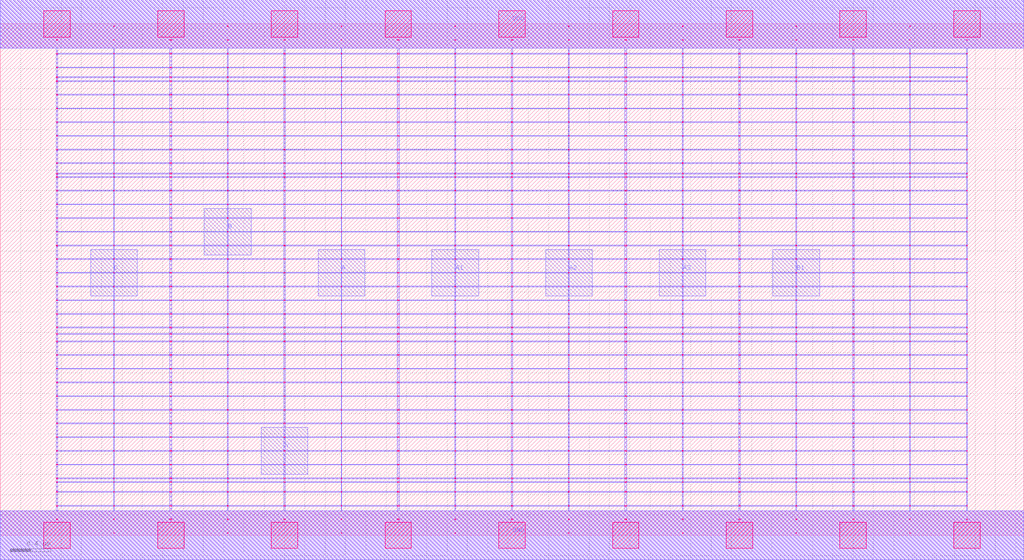
<source format=lef>
MACRO AAOI421_DEBUG
 CLASS CORE ;
 FOREIGN AAOI421_DEBUG 0 0 ;
 SIZE 10.08 BY 5.04 ;
 ORIGIN 0 0 ;
 SYMMETRY X Y R90 ;
 SITE unit ;
  PIN VDD
   DIRECTION INOUT ;
   USE SIGNAL ;
   SHAPE ABUTMENT ;
    PORT
     CLASS CORE ;
       LAYER met1 ;
        RECT 0.00000000 4.80000000 10.08000000 5.28000000 ;
       LAYER met2 ;
        RECT 0.00000000 4.80000000 10.08000000 5.28000000 ;
    END
  END VDD

  PIN GND
   DIRECTION INOUT ;
   USE SIGNAL ;
   SHAPE ABUTMENT ;
    PORT
     CLASS CORE ;
       LAYER met1 ;
        RECT 0.00000000 -0.24000000 10.08000000 0.24000000 ;
       LAYER met2 ;
        RECT 0.00000000 -0.24000000 10.08000000 0.24000000 ;
    END
  END GND

  PIN Y
   DIRECTION INOUT ;
   USE SIGNAL ;
   SHAPE ABUTMENT ;
    PORT
     CLASS CORE ;
       LAYER met2 ;
        RECT 2.57000000 0.60200000 3.03000000 1.06200000 ;
    END
  END Y

  PIN A
   DIRECTION INOUT ;
   USE SIGNAL ;
   SHAPE ABUTMENT ;
    PORT
     CLASS CORE ;
       LAYER met2 ;
        RECT 3.13000000 2.35700000 3.59000000 2.81700000 ;
    END
  END A

  PIN B1
   DIRECTION INOUT ;
   USE SIGNAL ;
   SHAPE ABUTMENT ;
    PORT
     CLASS CORE ;
       LAYER met2 ;
        RECT 7.61000000 2.35700000 8.07000000 2.81700000 ;
    END
  END B1

  PIN B
   DIRECTION INOUT ;
   USE SIGNAL ;
   SHAPE ABUTMENT ;
    PORT
     CLASS CORE ;
       LAYER met2 ;
        RECT 2.01000000 2.76200000 2.47000000 3.22200000 ;
    END
  END B

  PIN A2
   DIRECTION INOUT ;
   USE SIGNAL ;
   SHAPE ABUTMENT ;
    PORT
     CLASS CORE ;
       LAYER met2 ;
        RECT 5.37000000 2.35700000 5.83000000 2.81700000 ;
    END
  END A2

  PIN A1
   DIRECTION INOUT ;
   USE SIGNAL ;
   SHAPE ABUTMENT ;
    PORT
     CLASS CORE ;
       LAYER met2 ;
        RECT 4.25000000 2.35700000 4.71000000 2.81700000 ;
    END
  END A1

  PIN C
   DIRECTION INOUT ;
   USE SIGNAL ;
   SHAPE ABUTMENT ;
    PORT
     CLASS CORE ;
       LAYER met2 ;
        RECT 0.89000000 2.35700000 1.35000000 2.81700000 ;
    END
  END C

  PIN A3
   DIRECTION INOUT ;
   USE SIGNAL ;
   SHAPE ABUTMENT ;
    PORT
     CLASS CORE ;
       LAYER met2 ;
        RECT 6.49000000 2.35700000 6.95000000 2.81700000 ;
    END
  END A3

 OBS
    LAYER polycont ;
     RECT 5.03100000 2.58300000 5.04900000 2.59100000 ;
     RECT 5.03100000 2.71800000 5.04900000 2.72600000 ;
     RECT 5.03100000 2.85300000 5.04900000 2.86100000 ;
     RECT 5.03100000 2.98800000 5.04900000 2.99600000 ;
     RECT 7.27100000 2.58300000 7.28900000 2.59100000 ;
     RECT 7.83600000 2.58300000 7.84400000 2.59100000 ;
     RECT 8.39600000 2.58300000 8.40900000 2.59100000 ;
     RECT 8.95600000 2.58300000 8.96400000 2.59100000 ;
     RECT 9.51600000 2.58300000 9.52400000 2.59100000 ;
     RECT 5.59600000 2.58300000 5.60400000 2.59100000 ;
     RECT 5.59600000 2.71800000 5.60400000 2.72600000 ;
     RECT 6.15100000 2.71800000 6.16900000 2.72600000 ;
     RECT 6.71600000 2.71800000 6.72400000 2.72600000 ;
     RECT 7.27100000 2.71800000 7.28900000 2.72600000 ;
     RECT 7.83600000 2.71800000 7.84400000 2.72600000 ;
     RECT 8.39600000 2.71800000 8.40900000 2.72600000 ;
     RECT 8.95600000 2.71800000 8.96400000 2.72600000 ;
     RECT 9.51600000 2.71800000 9.52400000 2.72600000 ;
     RECT 6.15100000 2.58300000 6.16900000 2.59100000 ;
     RECT 5.59600000 2.85300000 5.60400000 2.86100000 ;
     RECT 6.15100000 2.85300000 6.16900000 2.86100000 ;
     RECT 6.71600000 2.85300000 6.72400000 2.86100000 ;
     RECT 7.27100000 2.85300000 7.28900000 2.86100000 ;
     RECT 7.83600000 2.85300000 7.84400000 2.86100000 ;
     RECT 8.39600000 2.85300000 8.40900000 2.86100000 ;
     RECT 8.95600000 2.85300000 8.96400000 2.86100000 ;
     RECT 9.51600000 2.85300000 9.52400000 2.86100000 ;
     RECT 6.71600000 2.58300000 6.72400000 2.59100000 ;
     RECT 5.59600000 2.98800000 5.60400000 2.99600000 ;
     RECT 6.15100000 2.98800000 6.16900000 2.99600000 ;
     RECT 6.71600000 2.98800000 6.72400000 2.99600000 ;
     RECT 7.27100000 2.98800000 7.28900000 2.99600000 ;
     RECT 7.83600000 2.98800000 7.84400000 2.99600000 ;
     RECT 8.39600000 2.98800000 8.40900000 2.99600000 ;
     RECT 8.95600000 2.98800000 8.96400000 2.99600000 ;
     RECT 9.51600000 2.98800000 9.52400000 2.99600000 ;
     RECT 8.95600000 3.12300000 8.96400000 3.13100000 ;
     RECT 9.51600000 3.12300000 9.52400000 3.13100000 ;
     RECT 8.95600000 3.25800000 8.96400000 3.26600000 ;
     RECT 9.51600000 3.25800000 9.52400000 3.26600000 ;
     RECT 8.95600000 3.39300000 8.96400000 3.40100000 ;
     RECT 9.51600000 3.39300000 9.52400000 3.40100000 ;
     RECT 8.95600000 3.52800000 8.96400000 3.53600000 ;
     RECT 9.51600000 3.52800000 9.52400000 3.53600000 ;
     RECT 8.95600000 3.56100000 8.96400000 3.56900000 ;
     RECT 9.51600000 3.56100000 9.52400000 3.56900000 ;
     RECT 8.95600000 3.66300000 8.96400000 3.67100000 ;
     RECT 9.51600000 3.66300000 9.52400000 3.67100000 ;
     RECT 8.95600000 3.79800000 8.96400000 3.80600000 ;
     RECT 9.51600000 3.79800000 9.52400000 3.80600000 ;
     RECT 8.95600000 3.93300000 8.96400000 3.94100000 ;
     RECT 9.51600000 3.93300000 9.52400000 3.94100000 ;
     RECT 8.95600000 4.06800000 8.96400000 4.07600000 ;
     RECT 9.51600000 4.06800000 9.52400000 4.07600000 ;
     RECT 8.95600000 4.20300000 8.96400000 4.21100000 ;
     RECT 9.51600000 4.20300000 9.52400000 4.21100000 ;
     RECT 8.95600000 4.33800000 8.96400000 4.34600000 ;
     RECT 9.51600000 4.33800000 9.52400000 4.34600000 ;
     RECT 8.95600000 4.47300000 8.96400000 4.48100000 ;
     RECT 9.51600000 4.47300000 9.52400000 4.48100000 ;
     RECT 8.95600000 4.51100000 8.96400000 4.51900000 ;
     RECT 9.51600000 4.51100000 9.52400000 4.51900000 ;
     RECT 8.95600000 4.60800000 8.96400000 4.61600000 ;
     RECT 9.51600000 4.60800000 9.52400000 4.61600000 ;
     RECT 8.95600000 4.74300000 8.96400000 4.75100000 ;
     RECT 9.51600000 4.74300000 9.52400000 4.75100000 ;
     RECT 8.95600000 4.87800000 8.96400000 4.88600000 ;
     RECT 9.51600000 4.87800000 9.52400000 4.88600000 ;
     RECT 1.67100000 2.85300000 1.68900000 2.86100000 ;
     RECT 2.23600000 2.85300000 2.24400000 2.86100000 ;
     RECT 2.79100000 2.85300000 2.80900000 2.86100000 ;
     RECT 3.35600000 2.85300000 3.36400000 2.86100000 ;
     RECT 3.91100000 2.85300000 3.92900000 2.86100000 ;
     RECT 4.47600000 2.85300000 4.48400000 2.86100000 ;
     RECT 1.11600000 2.71800000 1.12400000 2.72600000 ;
     RECT 1.67100000 2.71800000 1.68900000 2.72600000 ;
     RECT 2.23600000 2.71800000 2.24400000 2.72600000 ;
     RECT 2.79100000 2.71800000 2.80900000 2.72600000 ;
     RECT 3.35600000 2.71800000 3.36400000 2.72600000 ;
     RECT 3.91100000 2.71800000 3.92900000 2.72600000 ;
     RECT 4.47600000 2.71800000 4.48400000 2.72600000 ;
     RECT 1.11600000 2.58300000 1.12400000 2.59100000 ;
     RECT 1.67100000 2.58300000 1.68900000 2.59100000 ;
     RECT 0.55100000 2.98800000 0.56400000 2.99600000 ;
     RECT 1.11600000 2.98800000 1.12400000 2.99600000 ;
     RECT 1.67100000 2.98800000 1.68900000 2.99600000 ;
     RECT 2.23600000 2.98800000 2.24400000 2.99600000 ;
     RECT 2.79100000 2.98800000 2.80900000 2.99600000 ;
     RECT 3.35600000 2.98800000 3.36400000 2.99600000 ;
     RECT 3.91100000 2.98800000 3.92900000 2.99600000 ;
     RECT 4.47600000 2.98800000 4.48400000 2.99600000 ;
     RECT 2.23600000 2.58300000 2.24400000 2.59100000 ;
     RECT 2.79100000 2.58300000 2.80900000 2.59100000 ;
     RECT 3.35600000 2.58300000 3.36400000 2.59100000 ;
     RECT 3.91100000 2.58300000 3.92900000 2.59100000 ;
     RECT 4.47600000 2.58300000 4.48400000 2.59100000 ;
     RECT 0.55100000 2.58300000 0.56400000 2.59100000 ;
     RECT 0.55100000 2.71800000 0.56400000 2.72600000 ;
     RECT 0.55100000 2.85300000 0.56400000 2.86100000 ;
     RECT 1.11600000 2.85300000 1.12400000 2.86100000 ;
     RECT 2.23600000 0.15300000 2.24400000 0.16100000 ;
     RECT 2.23600000 0.28800000 2.24400000 0.29600000 ;
     RECT 2.23600000 0.42300000 2.24400000 0.43100000 ;
     RECT 2.23600000 0.52100000 2.24400000 0.52900000 ;
     RECT 2.23600000 0.55800000 2.24400000 0.56600000 ;
     RECT 2.23600000 0.69300000 2.24400000 0.70100000 ;
     RECT 2.23600000 0.82800000 2.24400000 0.83600000 ;
     RECT 2.23600000 0.96300000 2.24400000 0.97100000 ;
     RECT 2.23600000 1.09800000 2.24400000 1.10600000 ;
     RECT 2.23600000 1.23300000 2.24400000 1.24100000 ;
     RECT 2.23600000 1.36800000 2.24400000 1.37600000 ;
     RECT 2.23600000 1.50300000 2.24400000 1.51100000 ;
     RECT 2.23600000 1.63800000 2.24400000 1.64600000 ;
     RECT 2.23600000 1.77300000 2.24400000 1.78100000 ;
     RECT 2.23600000 1.90800000 2.24400000 1.91600000 ;
     RECT 2.23600000 1.98100000 2.24400000 1.98900000 ;
     RECT 2.23600000 2.04300000 2.24400000 2.05100000 ;
     RECT 2.23600000 2.17800000 2.24400000 2.18600000 ;
     RECT 2.23600000 2.31300000 2.24400000 2.32100000 ;
     RECT 2.23600000 2.44800000 2.24400000 2.45600000 ;

    LAYER pdiffc ;
     RECT 0.55100000 3.39300000 0.55900000 3.40100000 ;
     RECT 8.40100000 3.39300000 8.40900000 3.40100000 ;
     RECT 0.55100000 3.52800000 0.55900000 3.53600000 ;
     RECT 8.40100000 3.52800000 8.40900000 3.53600000 ;
     RECT 0.55100000 3.56100000 0.55900000 3.56900000 ;
     RECT 8.40100000 3.56100000 8.40900000 3.56900000 ;
     RECT 0.55100000 3.66300000 0.55900000 3.67100000 ;
     RECT 8.40100000 3.66300000 8.40900000 3.67100000 ;
     RECT 0.55100000 3.79800000 0.55900000 3.80600000 ;
     RECT 8.40100000 3.79800000 8.40900000 3.80600000 ;
     RECT 0.55100000 3.93300000 0.55900000 3.94100000 ;
     RECT 8.40100000 3.93300000 8.40900000 3.94100000 ;
     RECT 0.55100000 4.06800000 0.55900000 4.07600000 ;
     RECT 8.40100000 4.06800000 8.40900000 4.07600000 ;
     RECT 0.55100000 4.20300000 0.55900000 4.21100000 ;
     RECT 8.40100000 4.20300000 8.40900000 4.21100000 ;
     RECT 0.55100000 4.33800000 0.55900000 4.34600000 ;
     RECT 8.40100000 4.33800000 8.40900000 4.34600000 ;
     RECT 0.55100000 4.47300000 0.55900000 4.48100000 ;
     RECT 8.40100000 4.47300000 8.40900000 4.48100000 ;
     RECT 0.55100000 4.51100000 0.55900000 4.51900000 ;
     RECT 8.40100000 4.51100000 8.40900000 4.51900000 ;
     RECT 0.55100000 4.60800000 0.55900000 4.61600000 ;
     RECT 8.40100000 4.60800000 8.40900000 4.61600000 ;

    LAYER ndiffc ;
     RECT 5.03100000 0.42300000 5.04900000 0.43100000 ;
     RECT 5.03100000 0.52100000 5.04900000 0.52900000 ;
     RECT 5.03100000 0.55800000 5.04900000 0.56600000 ;
     RECT 5.03100000 0.69300000 5.04900000 0.70100000 ;
     RECT 5.03100000 0.82800000 5.04900000 0.83600000 ;
     RECT 5.03100000 0.96300000 5.04900000 0.97100000 ;
     RECT 5.03100000 1.09800000 5.04900000 1.10600000 ;
     RECT 5.03100000 1.23300000 5.04900000 1.24100000 ;
     RECT 5.03100000 1.36800000 5.04900000 1.37600000 ;
     RECT 5.03100000 1.50300000 5.04900000 1.51100000 ;
     RECT 5.03100000 1.63800000 5.04900000 1.64600000 ;
     RECT 5.03100000 1.77300000 5.04900000 1.78100000 ;
     RECT 5.03100000 1.90800000 5.04900000 1.91600000 ;
     RECT 5.03100000 1.98100000 5.04900000 1.98900000 ;
     RECT 5.03100000 2.04300000 5.04900000 2.05100000 ;
     RECT 8.39600000 0.42300000 8.40900000 0.43100000 ;
     RECT 6.15100000 0.69300000 6.16900000 0.70100000 ;
     RECT 7.27100000 0.69300000 7.28900000 0.70100000 ;
     RECT 8.39600000 0.69300000 8.40900000 0.70100000 ;
     RECT 9.51600000 0.69300000 9.52400000 0.70100000 ;
     RECT 9.51600000 0.42300000 9.52400000 0.43100000 ;
     RECT 6.15100000 0.82800000 6.16900000 0.83600000 ;
     RECT 7.27100000 0.82800000 7.28900000 0.83600000 ;
     RECT 8.39600000 0.82800000 8.40900000 0.83600000 ;
     RECT 9.51600000 0.82800000 9.52400000 0.83600000 ;
     RECT 6.15100000 0.42300000 6.16900000 0.43100000 ;
     RECT 6.15100000 0.96300000 6.16900000 0.97100000 ;
     RECT 7.27100000 0.96300000 7.28900000 0.97100000 ;
     RECT 8.39600000 0.96300000 8.40900000 0.97100000 ;
     RECT 9.51600000 0.96300000 9.52400000 0.97100000 ;
     RECT 6.15100000 0.52100000 6.16900000 0.52900000 ;
     RECT 6.15100000 1.09800000 6.16900000 1.10600000 ;
     RECT 7.27100000 1.09800000 7.28900000 1.10600000 ;
     RECT 8.39600000 1.09800000 8.40900000 1.10600000 ;
     RECT 9.51600000 1.09800000 9.52400000 1.10600000 ;
     RECT 7.27100000 0.52100000 7.28900000 0.52900000 ;
     RECT 6.15100000 1.23300000 6.16900000 1.24100000 ;
     RECT 7.27100000 1.23300000 7.28900000 1.24100000 ;
     RECT 8.39600000 1.23300000 8.40900000 1.24100000 ;
     RECT 9.51600000 1.23300000 9.52400000 1.24100000 ;
     RECT 8.39600000 0.52100000 8.40900000 0.52900000 ;
     RECT 6.15100000 1.36800000 6.16900000 1.37600000 ;
     RECT 7.27100000 1.36800000 7.28900000 1.37600000 ;
     RECT 8.39600000 1.36800000 8.40900000 1.37600000 ;
     RECT 9.51600000 1.36800000 9.52400000 1.37600000 ;
     RECT 9.51600000 0.52100000 9.52400000 0.52900000 ;
     RECT 6.15100000 1.50300000 6.16900000 1.51100000 ;
     RECT 7.27100000 1.50300000 7.28900000 1.51100000 ;
     RECT 8.39600000 1.50300000 8.40900000 1.51100000 ;
     RECT 9.51600000 1.50300000 9.52400000 1.51100000 ;
     RECT 7.27100000 0.42300000 7.28900000 0.43100000 ;
     RECT 6.15100000 1.63800000 6.16900000 1.64600000 ;
     RECT 7.27100000 1.63800000 7.28900000 1.64600000 ;
     RECT 8.39600000 1.63800000 8.40900000 1.64600000 ;
     RECT 9.51600000 1.63800000 9.52400000 1.64600000 ;
     RECT 6.15100000 0.55800000 6.16900000 0.56600000 ;
     RECT 6.15100000 1.77300000 6.16900000 1.78100000 ;
     RECT 7.27100000 1.77300000 7.28900000 1.78100000 ;
     RECT 8.39600000 1.77300000 8.40900000 1.78100000 ;
     RECT 9.51600000 1.77300000 9.52400000 1.78100000 ;
     RECT 7.27100000 0.55800000 7.28900000 0.56600000 ;
     RECT 6.15100000 1.90800000 6.16900000 1.91600000 ;
     RECT 7.27100000 1.90800000 7.28900000 1.91600000 ;
     RECT 8.39600000 1.90800000 8.40900000 1.91600000 ;
     RECT 9.51600000 1.90800000 9.52400000 1.91600000 ;
     RECT 8.39600000 0.55800000 8.40900000 0.56600000 ;
     RECT 6.15100000 1.98100000 6.16900000 1.98900000 ;
     RECT 7.27100000 1.98100000 7.28900000 1.98900000 ;
     RECT 8.39600000 1.98100000 8.40900000 1.98900000 ;
     RECT 9.51600000 1.98100000 9.52400000 1.98900000 ;
     RECT 9.51600000 0.55800000 9.52400000 0.56600000 ;
     RECT 6.15100000 2.04300000 6.16900000 2.05100000 ;
     RECT 7.27100000 2.04300000 7.28900000 2.05100000 ;
     RECT 8.39600000 2.04300000 8.40900000 2.05100000 ;
     RECT 9.51600000 2.04300000 9.52400000 2.05100000 ;
     RECT 3.91100000 1.36800000 3.92900000 1.37600000 ;
     RECT 2.79100000 0.55800000 2.80900000 0.56600000 ;
     RECT 3.91100000 0.55800000 3.92900000 0.56600000 ;
     RECT 1.67100000 0.52100000 1.68900000 0.52900000 ;
     RECT 2.79100000 0.52100000 2.80900000 0.52900000 ;
     RECT 3.91100000 0.52100000 3.92900000 0.52900000 ;
     RECT 0.55100000 1.50300000 0.56400000 1.51100000 ;
     RECT 1.67100000 1.50300000 1.68900000 1.51100000 ;
     RECT 2.79100000 1.50300000 2.80900000 1.51100000 ;
     RECT 3.91100000 1.50300000 3.92900000 1.51100000 ;
     RECT 0.55100000 0.96300000 0.56400000 0.97100000 ;
     RECT 1.67100000 0.96300000 1.68900000 0.97100000 ;
     RECT 2.79100000 0.96300000 2.80900000 0.97100000 ;
     RECT 3.91100000 0.96300000 3.92900000 0.97100000 ;
     RECT 1.67100000 0.42300000 1.68900000 0.43100000 ;
     RECT 0.55100000 1.63800000 0.56400000 1.64600000 ;
     RECT 1.67100000 1.63800000 1.68900000 1.64600000 ;
     RECT 2.79100000 1.63800000 2.80900000 1.64600000 ;
     RECT 3.91100000 1.63800000 3.92900000 1.64600000 ;
     RECT 2.79100000 0.42300000 2.80900000 0.43100000 ;
     RECT 0.55100000 0.69300000 0.56400000 0.70100000 ;
     RECT 1.67100000 0.69300000 1.68900000 0.70100000 ;
     RECT 2.79100000 0.69300000 2.80900000 0.70100000 ;
     RECT 0.55100000 1.09800000 0.56400000 1.10600000 ;
     RECT 0.55100000 1.77300000 0.56400000 1.78100000 ;
     RECT 1.67100000 1.77300000 1.68900000 1.78100000 ;
     RECT 2.79100000 1.77300000 2.80900000 1.78100000 ;
     RECT 3.91100000 1.77300000 3.92900000 1.78100000 ;
     RECT 1.67100000 1.09800000 1.68900000 1.10600000 ;
     RECT 2.79100000 1.09800000 2.80900000 1.10600000 ;
     RECT 3.91100000 1.09800000 3.92900000 1.10600000 ;
     RECT 3.91100000 0.69300000 3.92900000 0.70100000 ;
     RECT 3.91100000 0.42300000 3.92900000 0.43100000 ;
     RECT 0.55100000 1.90800000 0.56400000 1.91600000 ;
     RECT 1.67100000 1.90800000 1.68900000 1.91600000 ;
     RECT 2.79100000 1.90800000 2.80900000 1.91600000 ;
     RECT 3.91100000 1.90800000 3.92900000 1.91600000 ;
     RECT 0.55100000 0.42300000 0.56400000 0.43100000 ;
     RECT 0.55100000 0.52100000 0.56400000 0.52900000 ;
     RECT 0.55100000 0.55800000 0.56400000 0.56600000 ;
     RECT 0.55100000 1.23300000 0.56400000 1.24100000 ;
     RECT 1.67100000 1.23300000 1.68900000 1.24100000 ;
     RECT 0.55100000 1.98100000 0.56400000 1.98900000 ;
     RECT 1.67100000 1.98100000 1.68900000 1.98900000 ;
     RECT 2.79100000 1.98100000 2.80900000 1.98900000 ;
     RECT 3.91100000 1.98100000 3.92900000 1.98900000 ;
     RECT 2.79100000 1.23300000 2.80900000 1.24100000 ;
     RECT 3.91100000 1.23300000 3.92900000 1.24100000 ;
     RECT 1.67100000 0.55800000 1.68900000 0.56600000 ;
     RECT 0.55100000 0.82800000 0.56400000 0.83600000 ;
     RECT 1.67100000 0.82800000 1.68900000 0.83600000 ;
     RECT 0.55100000 2.04300000 0.56400000 2.05100000 ;
     RECT 1.67100000 2.04300000 1.68900000 2.05100000 ;
     RECT 2.79100000 2.04300000 2.80900000 2.05100000 ;
     RECT 3.91100000 2.04300000 3.92900000 2.05100000 ;
     RECT 2.79100000 0.82800000 2.80900000 0.83600000 ;
     RECT 3.91100000 0.82800000 3.92900000 0.83600000 ;
     RECT 0.55100000 1.36800000 0.56400000 1.37600000 ;
     RECT 1.67100000 1.36800000 1.68900000 1.37600000 ;
     RECT 2.79100000 1.36800000 2.80900000 1.37600000 ;

    LAYER met1 ;
     RECT 0.00000000 -0.24000000 10.08000000 0.24000000 ;
     RECT 5.03100000 0.24000000 5.04900000 0.28800000 ;
     RECT 0.55100000 0.28800000 9.52400000 0.29600000 ;
     RECT 5.03100000 0.29600000 5.04900000 0.42300000 ;
     RECT 0.55100000 0.42300000 9.52400000 0.43100000 ;
     RECT 5.03100000 0.43100000 5.04900000 0.52100000 ;
     RECT 0.55100000 0.52100000 9.52400000 0.52900000 ;
     RECT 5.03100000 0.52900000 5.04900000 0.55800000 ;
     RECT 0.55100000 0.55800000 9.52400000 0.56600000 ;
     RECT 5.03100000 0.56600000 5.04900000 0.69300000 ;
     RECT 0.55100000 0.69300000 9.52400000 0.70100000 ;
     RECT 5.03100000 0.70100000 5.04900000 0.82800000 ;
     RECT 0.55100000 0.82800000 9.52400000 0.83600000 ;
     RECT 5.03100000 0.83600000 5.04900000 0.96300000 ;
     RECT 0.55100000 0.96300000 9.52400000 0.97100000 ;
     RECT 5.03100000 0.97100000 5.04900000 1.09800000 ;
     RECT 0.55100000 1.09800000 9.52400000 1.10600000 ;
     RECT 5.03100000 1.10600000 5.04900000 1.23300000 ;
     RECT 0.55100000 1.23300000 9.52400000 1.24100000 ;
     RECT 5.03100000 1.24100000 5.04900000 1.36800000 ;
     RECT 0.55100000 1.36800000 9.52400000 1.37600000 ;
     RECT 5.03100000 1.37600000 5.04900000 1.50300000 ;
     RECT 0.55100000 1.50300000 9.52400000 1.51100000 ;
     RECT 5.03100000 1.51100000 5.04900000 1.63800000 ;
     RECT 0.55100000 1.63800000 9.52400000 1.64600000 ;
     RECT 5.03100000 1.64600000 5.04900000 1.77300000 ;
     RECT 0.55100000 1.77300000 9.52400000 1.78100000 ;
     RECT 5.03100000 1.78100000 5.04900000 1.90800000 ;
     RECT 0.55100000 1.90800000 9.52400000 1.91600000 ;
     RECT 5.03100000 1.91600000 5.04900000 1.98100000 ;
     RECT 0.55100000 1.98100000 9.52400000 1.98900000 ;
     RECT 5.03100000 1.98900000 5.04900000 2.04300000 ;
     RECT 0.55100000 2.04300000 9.52400000 2.05100000 ;
     RECT 5.03100000 2.05100000 5.04900000 2.17800000 ;
     RECT 0.55100000 2.17800000 9.52400000 2.18600000 ;
     RECT 5.03100000 2.18600000 5.04900000 2.31300000 ;
     RECT 0.55100000 2.31300000 9.52400000 2.32100000 ;
     RECT 5.03100000 2.32100000 5.04900000 2.44800000 ;
     RECT 0.55100000 2.44800000 9.52400000 2.45600000 ;
     RECT 0.55100000 2.45600000 0.56400000 2.58300000 ;
     RECT 1.11600000 2.45600000 1.12400000 2.58300000 ;
     RECT 1.67100000 2.45600000 1.68900000 2.58300000 ;
     RECT 2.23600000 2.45600000 2.24400000 2.58300000 ;
     RECT 2.79100000 2.45600000 2.80900000 2.58300000 ;
     RECT 3.35600000 2.45600000 3.36400000 2.58300000 ;
     RECT 3.91100000 2.45600000 3.92900000 2.58300000 ;
     RECT 4.47600000 2.45600000 4.48400000 2.58300000 ;
     RECT 5.03100000 2.45600000 5.04900000 2.58300000 ;
     RECT 5.59600000 2.45600000 5.60400000 2.58300000 ;
     RECT 6.15100000 2.45600000 6.16900000 2.58300000 ;
     RECT 6.71600000 2.45600000 6.72400000 2.58300000 ;
     RECT 7.27100000 2.45600000 7.28900000 2.58300000 ;
     RECT 7.83600000 2.45600000 7.84400000 2.58300000 ;
     RECT 8.39600000 2.45600000 8.40900000 2.58300000 ;
     RECT 8.95600000 2.45600000 8.96400000 2.58300000 ;
     RECT 9.51600000 2.45600000 9.52400000 2.58300000 ;
     RECT 0.55100000 2.58300000 9.52400000 2.59100000 ;
     RECT 5.03100000 2.59100000 5.04900000 2.71800000 ;
     RECT 0.55100000 2.71800000 9.52400000 2.72600000 ;
     RECT 5.03100000 2.72600000 5.04900000 2.85300000 ;
     RECT 0.55100000 2.85300000 9.52400000 2.86100000 ;
     RECT 5.03100000 2.86100000 5.04900000 2.98800000 ;
     RECT 0.55100000 2.98800000 9.52400000 2.99600000 ;
     RECT 5.03100000 2.99600000 5.04900000 3.12300000 ;
     RECT 0.55100000 3.12300000 9.52400000 3.13100000 ;
     RECT 5.03100000 3.13100000 5.04900000 3.25800000 ;
     RECT 0.55100000 3.25800000 9.52400000 3.26600000 ;
     RECT 5.03100000 3.26600000 5.04900000 3.39300000 ;
     RECT 0.55100000 3.39300000 9.52400000 3.40100000 ;
     RECT 5.03100000 3.40100000 5.04900000 3.52800000 ;
     RECT 0.55100000 3.52800000 9.52400000 3.53600000 ;
     RECT 5.03100000 3.53600000 5.04900000 3.56100000 ;
     RECT 0.55100000 3.56100000 9.52400000 3.56900000 ;
     RECT 5.03100000 3.56900000 5.04900000 3.66300000 ;
     RECT 0.55100000 3.66300000 9.52400000 3.67100000 ;
     RECT 5.03100000 3.67100000 5.04900000 3.79800000 ;
     RECT 0.55100000 3.79800000 9.52400000 3.80600000 ;
     RECT 5.03100000 3.80600000 5.04900000 3.93300000 ;
     RECT 0.55100000 3.93300000 9.52400000 3.94100000 ;
     RECT 5.03100000 3.94100000 5.04900000 4.06800000 ;
     RECT 0.55100000 4.06800000 9.52400000 4.07600000 ;
     RECT 5.03100000 4.07600000 5.04900000 4.20300000 ;
     RECT 0.55100000 4.20300000 9.52400000 4.21100000 ;
     RECT 5.03100000 4.21100000 5.04900000 4.33800000 ;
     RECT 0.55100000 4.33800000 9.52400000 4.34600000 ;
     RECT 5.03100000 4.34600000 5.04900000 4.47300000 ;
     RECT 0.55100000 4.47300000 9.52400000 4.48100000 ;
     RECT 5.03100000 4.48100000 5.04900000 4.51100000 ;
     RECT 0.55100000 4.51100000 9.52400000 4.51900000 ;
     RECT 5.03100000 4.51900000 5.04900000 4.60800000 ;
     RECT 0.55100000 4.60800000 9.52400000 4.61600000 ;
     RECT 5.03100000 4.61600000 5.04900000 4.74300000 ;
     RECT 0.55100000 4.74300000 9.52400000 4.75100000 ;
     RECT 5.03100000 4.75100000 5.04900000 4.80000000 ;
     RECT 0.00000000 4.80000000 10.08000000 5.28000000 ;
     RECT 5.59600000 3.80600000 5.60400000 3.93300000 ;
     RECT 6.15100000 3.80600000 6.16900000 3.93300000 ;
     RECT 6.71600000 3.80600000 6.72400000 3.93300000 ;
     RECT 7.27100000 3.80600000 7.28900000 3.93300000 ;
     RECT 7.83600000 3.80600000 7.84400000 3.93300000 ;
     RECT 8.39600000 3.80600000 8.40900000 3.93300000 ;
     RECT 8.95600000 3.80600000 8.96400000 3.93300000 ;
     RECT 9.51600000 3.80600000 9.52400000 3.93300000 ;
     RECT 7.83600000 3.94100000 7.84400000 4.06800000 ;
     RECT 8.39600000 3.94100000 8.40900000 4.06800000 ;
     RECT 8.95600000 3.94100000 8.96400000 4.06800000 ;
     RECT 9.51600000 3.94100000 9.52400000 4.06800000 ;
     RECT 7.83600000 4.07600000 7.84400000 4.20300000 ;
     RECT 8.39600000 4.07600000 8.40900000 4.20300000 ;
     RECT 8.95600000 4.07600000 8.96400000 4.20300000 ;
     RECT 9.51600000 4.07600000 9.52400000 4.20300000 ;
     RECT 7.83600000 4.21100000 7.84400000 4.33800000 ;
     RECT 8.39600000 4.21100000 8.40900000 4.33800000 ;
     RECT 8.95600000 4.21100000 8.96400000 4.33800000 ;
     RECT 9.51600000 4.21100000 9.52400000 4.33800000 ;
     RECT 7.83600000 4.34600000 7.84400000 4.47300000 ;
     RECT 8.39600000 4.34600000 8.40900000 4.47300000 ;
     RECT 8.95600000 4.34600000 8.96400000 4.47300000 ;
     RECT 9.51600000 4.34600000 9.52400000 4.47300000 ;
     RECT 7.83600000 4.48100000 7.84400000 4.51100000 ;
     RECT 8.39600000 4.48100000 8.40900000 4.51100000 ;
     RECT 8.95600000 4.48100000 8.96400000 4.51100000 ;
     RECT 9.51600000 4.48100000 9.52400000 4.51100000 ;
     RECT 7.83600000 4.51900000 7.84400000 4.60800000 ;
     RECT 8.39600000 4.51900000 8.40900000 4.60800000 ;
     RECT 8.95600000 4.51900000 8.96400000 4.60800000 ;
     RECT 9.51600000 4.51900000 9.52400000 4.60800000 ;
     RECT 7.83600000 4.61600000 7.84400000 4.74300000 ;
     RECT 8.39600000 4.61600000 8.40900000 4.74300000 ;
     RECT 8.95600000 4.61600000 8.96400000 4.74300000 ;
     RECT 9.51600000 4.61600000 9.52400000 4.74300000 ;
     RECT 7.83600000 4.75100000 7.84400000 4.80000000 ;
     RECT 8.39600000 4.75100000 8.40900000 4.80000000 ;
     RECT 8.95600000 4.75100000 8.96400000 4.80000000 ;
     RECT 9.51600000 4.75100000 9.52400000 4.80000000 ;
     RECT 5.59600000 4.48100000 5.60400000 4.51100000 ;
     RECT 6.15100000 4.48100000 6.16900000 4.51100000 ;
     RECT 6.71600000 4.48100000 6.72400000 4.51100000 ;
     RECT 7.27100000 4.48100000 7.28900000 4.51100000 ;
     RECT 5.59600000 4.21100000 5.60400000 4.33800000 ;
     RECT 6.15100000 4.21100000 6.16900000 4.33800000 ;
     RECT 6.71600000 4.21100000 6.72400000 4.33800000 ;
     RECT 7.27100000 4.21100000 7.28900000 4.33800000 ;
     RECT 5.59600000 4.51900000 5.60400000 4.60800000 ;
     RECT 6.15100000 4.51900000 6.16900000 4.60800000 ;
     RECT 6.71600000 4.51900000 6.72400000 4.60800000 ;
     RECT 7.27100000 4.51900000 7.28900000 4.60800000 ;
     RECT 5.59600000 4.07600000 5.60400000 4.20300000 ;
     RECT 6.15100000 4.07600000 6.16900000 4.20300000 ;
     RECT 6.71600000 4.07600000 6.72400000 4.20300000 ;
     RECT 7.27100000 4.07600000 7.28900000 4.20300000 ;
     RECT 5.59600000 4.61600000 5.60400000 4.74300000 ;
     RECT 6.15100000 4.61600000 6.16900000 4.74300000 ;
     RECT 6.71600000 4.61600000 6.72400000 4.74300000 ;
     RECT 7.27100000 4.61600000 7.28900000 4.74300000 ;
     RECT 5.59600000 4.34600000 5.60400000 4.47300000 ;
     RECT 6.15100000 4.34600000 6.16900000 4.47300000 ;
     RECT 6.71600000 4.34600000 6.72400000 4.47300000 ;
     RECT 7.27100000 4.34600000 7.28900000 4.47300000 ;
     RECT 5.59600000 4.75100000 5.60400000 4.80000000 ;
     RECT 6.15100000 4.75100000 6.16900000 4.80000000 ;
     RECT 6.71600000 4.75100000 6.72400000 4.80000000 ;
     RECT 7.27100000 4.75100000 7.28900000 4.80000000 ;
     RECT 5.59600000 3.94100000 5.60400000 4.06800000 ;
     RECT 6.15100000 3.94100000 6.16900000 4.06800000 ;
     RECT 6.71600000 3.94100000 6.72400000 4.06800000 ;
     RECT 7.27100000 3.94100000 7.28900000 4.06800000 ;
     RECT 5.59600000 2.59100000 5.60400000 2.71800000 ;
     RECT 6.15100000 2.59100000 6.16900000 2.71800000 ;
     RECT 5.59600000 3.26600000 5.60400000 3.39300000 ;
     RECT 6.15100000 3.26600000 6.16900000 3.39300000 ;
     RECT 5.59600000 2.86100000 5.60400000 2.98800000 ;
     RECT 6.15100000 2.86100000 6.16900000 2.98800000 ;
     RECT 6.71600000 3.26600000 6.72400000 3.39300000 ;
     RECT 7.27100000 3.26600000 7.28900000 3.39300000 ;
     RECT 5.59600000 2.72600000 5.60400000 2.85300000 ;
     RECT 6.15100000 2.72600000 6.16900000 2.85300000 ;
     RECT 5.59600000 3.40100000 5.60400000 3.52800000 ;
     RECT 6.15100000 3.40100000 6.16900000 3.52800000 ;
     RECT 5.59600000 2.99600000 5.60400000 3.12300000 ;
     RECT 6.15100000 2.99600000 6.16900000 3.12300000 ;
     RECT 6.71600000 3.40100000 6.72400000 3.52800000 ;
     RECT 7.27100000 3.40100000 7.28900000 3.52800000 ;
     RECT 6.71600000 2.86100000 6.72400000 2.98800000 ;
     RECT 7.27100000 2.86100000 7.28900000 2.98800000 ;
     RECT 6.71600000 2.72600000 6.72400000 2.85300000 ;
     RECT 7.27100000 2.72600000 7.28900000 2.85300000 ;
     RECT 5.59600000 3.53600000 5.60400000 3.56100000 ;
     RECT 6.15100000 3.53600000 6.16900000 3.56100000 ;
     RECT 6.71600000 2.99600000 6.72400000 3.12300000 ;
     RECT 7.27100000 2.99600000 7.28900000 3.12300000 ;
     RECT 6.71600000 3.53600000 6.72400000 3.56100000 ;
     RECT 7.27100000 3.53600000 7.28900000 3.56100000 ;
     RECT 5.59600000 3.56900000 5.60400000 3.66300000 ;
     RECT 6.15100000 3.56900000 6.16900000 3.66300000 ;
     RECT 6.71600000 3.56900000 6.72400000 3.66300000 ;
     RECT 7.27100000 3.56900000 7.28900000 3.66300000 ;
     RECT 5.59600000 3.67100000 5.60400000 3.79800000 ;
     RECT 6.15100000 3.67100000 6.16900000 3.79800000 ;
     RECT 6.71600000 3.67100000 6.72400000 3.79800000 ;
     RECT 7.27100000 3.67100000 7.28900000 3.79800000 ;
     RECT 6.71600000 2.59100000 6.72400000 2.71800000 ;
     RECT 7.27100000 2.59100000 7.28900000 2.71800000 ;
     RECT 5.59600000 3.13100000 5.60400000 3.25800000 ;
     RECT 6.15100000 3.13100000 6.16900000 3.25800000 ;
     RECT 6.71600000 3.13100000 6.72400000 3.25800000 ;
     RECT 7.27100000 3.13100000 7.28900000 3.25800000 ;
     RECT 8.39600000 2.59100000 8.40900000 2.71800000 ;
     RECT 9.51600000 2.99600000 9.52400000 3.12300000 ;
     RECT 7.83600000 3.13100000 7.84400000 3.25800000 ;
     RECT 7.83600000 3.56900000 7.84400000 3.66300000 ;
     RECT 8.39600000 3.56900000 8.40900000 3.66300000 ;
     RECT 8.95600000 3.56900000 8.96400000 3.66300000 ;
     RECT 9.51600000 3.56900000 9.52400000 3.66300000 ;
     RECT 8.95600000 2.72600000 8.96400000 2.85300000 ;
     RECT 9.51600000 2.72600000 9.52400000 2.85300000 ;
     RECT 8.39600000 3.13100000 8.40900000 3.25800000 ;
     RECT 7.83600000 3.40100000 7.84400000 3.52800000 ;
     RECT 8.39600000 3.40100000 8.40900000 3.52800000 ;
     RECT 8.95600000 3.40100000 8.96400000 3.52800000 ;
     RECT 7.83600000 3.67100000 7.84400000 3.79800000 ;
     RECT 8.39600000 3.67100000 8.40900000 3.79800000 ;
     RECT 8.95600000 3.67100000 8.96400000 3.79800000 ;
     RECT 7.83600000 2.86100000 7.84400000 2.98800000 ;
     RECT 8.39600000 2.86100000 8.40900000 2.98800000 ;
     RECT 9.51600000 3.67100000 9.52400000 3.79800000 ;
     RECT 9.51600000 3.40100000 9.52400000 3.52800000 ;
     RECT 8.95600000 3.13100000 8.96400000 3.25800000 ;
     RECT 7.83600000 3.26600000 7.84400000 3.39300000 ;
     RECT 8.39600000 3.26600000 8.40900000 3.39300000 ;
     RECT 8.95600000 3.26600000 8.96400000 3.39300000 ;
     RECT 9.51600000 3.26600000 9.52400000 3.39300000 ;
     RECT 9.51600000 3.13100000 9.52400000 3.25800000 ;
     RECT 8.95600000 2.86100000 8.96400000 2.98800000 ;
     RECT 9.51600000 2.86100000 9.52400000 2.98800000 ;
     RECT 7.83600000 3.53600000 7.84400000 3.56100000 ;
     RECT 7.83600000 2.99600000 7.84400000 3.12300000 ;
     RECT 8.39600000 2.99600000 8.40900000 3.12300000 ;
     RECT 8.39600000 3.53600000 8.40900000 3.56100000 ;
     RECT 8.95600000 3.53600000 8.96400000 3.56100000 ;
     RECT 9.51600000 3.53600000 9.52400000 3.56100000 ;
     RECT 7.83600000 2.72600000 7.84400000 2.85300000 ;
     RECT 8.39600000 2.72600000 8.40900000 2.85300000 ;
     RECT 8.95600000 2.59100000 8.96400000 2.71800000 ;
     RECT 9.51600000 2.59100000 9.52400000 2.71800000 ;
     RECT 7.83600000 2.59100000 7.84400000 2.71800000 ;
     RECT 8.95600000 2.99600000 8.96400000 3.12300000 ;
     RECT 0.55100000 3.80600000 0.56400000 3.93300000 ;
     RECT 1.11600000 3.80600000 1.12400000 3.93300000 ;
     RECT 1.67100000 3.80600000 1.68900000 3.93300000 ;
     RECT 2.23600000 3.80600000 2.24400000 3.93300000 ;
     RECT 2.79100000 3.80600000 2.80900000 3.93300000 ;
     RECT 3.35600000 3.80600000 3.36400000 3.93300000 ;
     RECT 3.91100000 3.80600000 3.92900000 3.93300000 ;
     RECT 4.47600000 3.80600000 4.48400000 3.93300000 ;
     RECT 2.79100000 4.21100000 2.80900000 4.33800000 ;
     RECT 3.35600000 4.21100000 3.36400000 4.33800000 ;
     RECT 3.91100000 4.21100000 3.92900000 4.33800000 ;
     RECT 4.47600000 4.21100000 4.48400000 4.33800000 ;
     RECT 2.79100000 4.34600000 2.80900000 4.47300000 ;
     RECT 3.35600000 4.34600000 3.36400000 4.47300000 ;
     RECT 3.91100000 4.34600000 3.92900000 4.47300000 ;
     RECT 4.47600000 4.34600000 4.48400000 4.47300000 ;
     RECT 2.79100000 4.48100000 2.80900000 4.51100000 ;
     RECT 3.35600000 4.48100000 3.36400000 4.51100000 ;
     RECT 3.91100000 4.48100000 3.92900000 4.51100000 ;
     RECT 4.47600000 4.48100000 4.48400000 4.51100000 ;
     RECT 2.79100000 4.51900000 2.80900000 4.60800000 ;
     RECT 3.35600000 4.51900000 3.36400000 4.60800000 ;
     RECT 3.91100000 4.51900000 3.92900000 4.60800000 ;
     RECT 4.47600000 4.51900000 4.48400000 4.60800000 ;
     RECT 2.79100000 4.61600000 2.80900000 4.74300000 ;
     RECT 3.35600000 4.61600000 3.36400000 4.74300000 ;
     RECT 3.91100000 4.61600000 3.92900000 4.74300000 ;
     RECT 4.47600000 4.61600000 4.48400000 4.74300000 ;
     RECT 2.79100000 4.75100000 2.80900000 4.80000000 ;
     RECT 3.35600000 4.75100000 3.36400000 4.80000000 ;
     RECT 3.91100000 4.75100000 3.92900000 4.80000000 ;
     RECT 4.47600000 4.75100000 4.48400000 4.80000000 ;
     RECT 2.79100000 3.94100000 2.80900000 4.06800000 ;
     RECT 3.35600000 3.94100000 3.36400000 4.06800000 ;
     RECT 3.91100000 3.94100000 3.92900000 4.06800000 ;
     RECT 4.47600000 3.94100000 4.48400000 4.06800000 ;
     RECT 2.79100000 4.07600000 2.80900000 4.20300000 ;
     RECT 3.35600000 4.07600000 3.36400000 4.20300000 ;
     RECT 3.91100000 4.07600000 3.92900000 4.20300000 ;
     RECT 4.47600000 4.07600000 4.48400000 4.20300000 ;
     RECT 0.55100000 4.51900000 0.56400000 4.60800000 ;
     RECT 1.11600000 4.51900000 1.12400000 4.60800000 ;
     RECT 1.67100000 4.51900000 1.68900000 4.60800000 ;
     RECT 2.23600000 4.51900000 2.24400000 4.60800000 ;
     RECT 0.55100000 4.07600000 0.56400000 4.20300000 ;
     RECT 1.11600000 4.07600000 1.12400000 4.20300000 ;
     RECT 1.67100000 4.07600000 1.68900000 4.20300000 ;
     RECT 2.23600000 4.07600000 2.24400000 4.20300000 ;
     RECT 0.55100000 4.61600000 0.56400000 4.74300000 ;
     RECT 1.11600000 4.61600000 1.12400000 4.74300000 ;
     RECT 1.67100000 4.61600000 1.68900000 4.74300000 ;
     RECT 2.23600000 4.61600000 2.24400000 4.74300000 ;
     RECT 0.55100000 4.34600000 0.56400000 4.47300000 ;
     RECT 1.11600000 4.34600000 1.12400000 4.47300000 ;
     RECT 1.67100000 4.34600000 1.68900000 4.47300000 ;
     RECT 2.23600000 4.34600000 2.24400000 4.47300000 ;
     RECT 0.55100000 4.75100000 0.56400000 4.80000000 ;
     RECT 1.11600000 4.75100000 1.12400000 4.80000000 ;
     RECT 1.67100000 4.75100000 1.68900000 4.80000000 ;
     RECT 2.23600000 4.75100000 2.24400000 4.80000000 ;
     RECT 0.55100000 3.94100000 0.56400000 4.06800000 ;
     RECT 1.11600000 3.94100000 1.12400000 4.06800000 ;
     RECT 1.67100000 3.94100000 1.68900000 4.06800000 ;
     RECT 2.23600000 3.94100000 2.24400000 4.06800000 ;
     RECT 0.55100000 4.48100000 0.56400000 4.51100000 ;
     RECT 1.11600000 4.48100000 1.12400000 4.51100000 ;
     RECT 1.67100000 4.48100000 1.68900000 4.51100000 ;
     RECT 2.23600000 4.48100000 2.24400000 4.51100000 ;
     RECT 0.55100000 4.21100000 0.56400000 4.33800000 ;
     RECT 1.11600000 4.21100000 1.12400000 4.33800000 ;
     RECT 1.67100000 4.21100000 1.68900000 4.33800000 ;
     RECT 2.23600000 4.21100000 2.24400000 4.33800000 ;
     RECT 1.67100000 2.86100000 1.68900000 2.98800000 ;
     RECT 2.23600000 2.86100000 2.24400000 2.98800000 ;
     RECT 0.55100000 3.13100000 0.56400000 3.25800000 ;
     RECT 1.11600000 3.13100000 1.12400000 3.25800000 ;
     RECT 1.67100000 3.13100000 1.68900000 3.25800000 ;
     RECT 2.23600000 3.13100000 2.24400000 3.25800000 ;
     RECT 0.55100000 3.67100000 0.56400000 3.79800000 ;
     RECT 1.11600000 3.67100000 1.12400000 3.79800000 ;
     RECT 1.67100000 3.67100000 1.68900000 3.79800000 ;
     RECT 2.23600000 3.67100000 2.24400000 3.79800000 ;
     RECT 0.55100000 2.59100000 0.56400000 2.71800000 ;
     RECT 1.11600000 2.59100000 1.12400000 2.71800000 ;
     RECT 0.55100000 2.72600000 0.56400000 2.85300000 ;
     RECT 1.11600000 2.72600000 1.12400000 2.85300000 ;
     RECT 0.55100000 2.86100000 0.56400000 2.98800000 ;
     RECT 1.11600000 2.86100000 1.12400000 2.98800000 ;
     RECT 0.55100000 3.53600000 0.56400000 3.56100000 ;
     RECT 1.11600000 3.53600000 1.12400000 3.56100000 ;
     RECT 0.55100000 3.26600000 0.56400000 3.39300000 ;
     RECT 1.11600000 3.26600000 1.12400000 3.39300000 ;
     RECT 1.67100000 3.26600000 1.68900000 3.39300000 ;
     RECT 2.23600000 3.26600000 2.24400000 3.39300000 ;
     RECT 1.67100000 2.59100000 1.68900000 2.71800000 ;
     RECT 2.23600000 2.59100000 2.24400000 2.71800000 ;
     RECT 0.55100000 3.56900000 0.56400000 3.66300000 ;
     RECT 1.11600000 3.56900000 1.12400000 3.66300000 ;
     RECT 1.67100000 3.56900000 1.68900000 3.66300000 ;
     RECT 2.23600000 3.56900000 2.24400000 3.66300000 ;
     RECT 1.67100000 3.53600000 1.68900000 3.56100000 ;
     RECT 2.23600000 3.53600000 2.24400000 3.56100000 ;
     RECT 1.67100000 2.99600000 1.68900000 3.12300000 ;
     RECT 2.23600000 2.99600000 2.24400000 3.12300000 ;
     RECT 0.55100000 3.40100000 0.56400000 3.52800000 ;
     RECT 1.11600000 3.40100000 1.12400000 3.52800000 ;
     RECT 0.55100000 2.99600000 0.56400000 3.12300000 ;
     RECT 1.11600000 2.99600000 1.12400000 3.12300000 ;
     RECT 1.67100000 2.72600000 1.68900000 2.85300000 ;
     RECT 2.23600000 2.72600000 2.24400000 2.85300000 ;
     RECT 1.67100000 3.40100000 1.68900000 3.52800000 ;
     RECT 2.23600000 3.40100000 2.24400000 3.52800000 ;
     RECT 2.79100000 3.67100000 2.80900000 3.79800000 ;
     RECT 3.35600000 3.67100000 3.36400000 3.79800000 ;
     RECT 3.91100000 3.67100000 3.92900000 3.79800000 ;
     RECT 4.47600000 3.67100000 4.48400000 3.79800000 ;
     RECT 2.79100000 3.40100000 2.80900000 3.52800000 ;
     RECT 3.35600000 3.40100000 3.36400000 3.52800000 ;
     RECT 3.91100000 3.40100000 3.92900000 3.52800000 ;
     RECT 4.47600000 3.40100000 4.48400000 3.52800000 ;
     RECT 2.79100000 3.53600000 2.80900000 3.56100000 ;
     RECT 3.35600000 3.53600000 3.36400000 3.56100000 ;
     RECT 3.91100000 3.56900000 3.92900000 3.66300000 ;
     RECT 4.47600000 3.56900000 4.48400000 3.66300000 ;
     RECT 2.79100000 2.86100000 2.80900000 2.98800000 ;
     RECT 3.35600000 2.86100000 3.36400000 2.98800000 ;
     RECT 3.91100000 2.86100000 3.92900000 2.98800000 ;
     RECT 4.47600000 2.86100000 4.48400000 2.98800000 ;
     RECT 2.79100000 3.26600000 2.80900000 3.39300000 ;
     RECT 3.35600000 3.26600000 3.36400000 3.39300000 ;
     RECT 3.91100000 3.26600000 3.92900000 3.39300000 ;
     RECT 4.47600000 3.26600000 4.48400000 3.39300000 ;
     RECT 3.91100000 3.53600000 3.92900000 3.56100000 ;
     RECT 4.47600000 3.53600000 4.48400000 3.56100000 ;
     RECT 2.79100000 2.72600000 2.80900000 2.85300000 ;
     RECT 3.35600000 2.72600000 3.36400000 2.85300000 ;
     RECT 2.79100000 3.13100000 2.80900000 3.25800000 ;
     RECT 3.35600000 3.13100000 3.36400000 3.25800000 ;
     RECT 3.91100000 3.13100000 3.92900000 3.25800000 ;
     RECT 4.47600000 3.13100000 4.48400000 3.25800000 ;
     RECT 3.91100000 2.99600000 3.92900000 3.12300000 ;
     RECT 4.47600000 2.99600000 4.48400000 3.12300000 ;
     RECT 3.91100000 2.59100000 3.92900000 2.71800000 ;
     RECT 4.47600000 2.59100000 4.48400000 2.71800000 ;
     RECT 3.91100000 2.72600000 3.92900000 2.85300000 ;
     RECT 4.47600000 2.72600000 4.48400000 2.85300000 ;
     RECT 2.79100000 3.56900000 2.80900000 3.66300000 ;
     RECT 3.35600000 3.56900000 3.36400000 3.66300000 ;
     RECT 2.79100000 2.99600000 2.80900000 3.12300000 ;
     RECT 3.35600000 2.99600000 3.36400000 3.12300000 ;
     RECT 2.79100000 2.59100000 2.80900000 2.71800000 ;
     RECT 3.35600000 2.59100000 3.36400000 2.71800000 ;
     RECT 0.55100000 1.10600000 0.56400000 1.23300000 ;
     RECT 1.11600000 1.10600000 1.12400000 1.23300000 ;
     RECT 1.67100000 1.10600000 1.68900000 1.23300000 ;
     RECT 2.23600000 1.10600000 2.24400000 1.23300000 ;
     RECT 2.79100000 1.10600000 2.80900000 1.23300000 ;
     RECT 3.35600000 1.10600000 3.36400000 1.23300000 ;
     RECT 3.91100000 1.10600000 3.92900000 1.23300000 ;
     RECT 4.47600000 1.10600000 4.48400000 1.23300000 ;
     RECT 2.79100000 1.51100000 2.80900000 1.63800000 ;
     RECT 3.35600000 1.51100000 3.36400000 1.63800000 ;
     RECT 3.91100000 1.51100000 3.92900000 1.63800000 ;
     RECT 4.47600000 1.51100000 4.48400000 1.63800000 ;
     RECT 2.79100000 1.64600000 2.80900000 1.77300000 ;
     RECT 3.35600000 1.64600000 3.36400000 1.77300000 ;
     RECT 3.91100000 1.64600000 3.92900000 1.77300000 ;
     RECT 4.47600000 1.64600000 4.48400000 1.77300000 ;
     RECT 2.79100000 1.78100000 2.80900000 1.90800000 ;
     RECT 3.35600000 1.78100000 3.36400000 1.90800000 ;
     RECT 3.91100000 1.78100000 3.92900000 1.90800000 ;
     RECT 4.47600000 1.78100000 4.48400000 1.90800000 ;
     RECT 2.79100000 1.91600000 2.80900000 1.98100000 ;
     RECT 3.35600000 1.91600000 3.36400000 1.98100000 ;
     RECT 3.91100000 1.91600000 3.92900000 1.98100000 ;
     RECT 4.47600000 1.91600000 4.48400000 1.98100000 ;
     RECT 2.79100000 1.98900000 2.80900000 2.04300000 ;
     RECT 3.35600000 1.98900000 3.36400000 2.04300000 ;
     RECT 3.91100000 1.98900000 3.92900000 2.04300000 ;
     RECT 4.47600000 1.98900000 4.48400000 2.04300000 ;
     RECT 2.79100000 2.05100000 2.80900000 2.17800000 ;
     RECT 3.35600000 2.05100000 3.36400000 2.17800000 ;
     RECT 3.91100000 2.05100000 3.92900000 2.17800000 ;
     RECT 4.47600000 2.05100000 4.48400000 2.17800000 ;
     RECT 2.79100000 2.18600000 2.80900000 2.31300000 ;
     RECT 3.35600000 2.18600000 3.36400000 2.31300000 ;
     RECT 3.91100000 2.18600000 3.92900000 2.31300000 ;
     RECT 4.47600000 2.18600000 4.48400000 2.31300000 ;
     RECT 2.79100000 2.32100000 2.80900000 2.44800000 ;
     RECT 3.35600000 2.32100000 3.36400000 2.44800000 ;
     RECT 3.91100000 2.32100000 3.92900000 2.44800000 ;
     RECT 4.47600000 2.32100000 4.48400000 2.44800000 ;
     RECT 2.79100000 1.24100000 2.80900000 1.36800000 ;
     RECT 3.35600000 1.24100000 3.36400000 1.36800000 ;
     RECT 3.91100000 1.24100000 3.92900000 1.36800000 ;
     RECT 4.47600000 1.24100000 4.48400000 1.36800000 ;
     RECT 2.79100000 1.37600000 2.80900000 1.50300000 ;
     RECT 3.35600000 1.37600000 3.36400000 1.50300000 ;
     RECT 3.91100000 1.37600000 3.92900000 1.50300000 ;
     RECT 4.47600000 1.37600000 4.48400000 1.50300000 ;
     RECT 0.55100000 1.51100000 0.56400000 1.63800000 ;
     RECT 1.11600000 1.51100000 1.12400000 1.63800000 ;
     RECT 1.67100000 1.51100000 1.68900000 1.63800000 ;
     RECT 2.23600000 1.51100000 2.24400000 1.63800000 ;
     RECT 0.55100000 2.05100000 0.56400000 2.17800000 ;
     RECT 1.11600000 2.05100000 1.12400000 2.17800000 ;
     RECT 1.67100000 2.05100000 1.68900000 2.17800000 ;
     RECT 2.23600000 2.05100000 2.24400000 2.17800000 ;
     RECT 0.55100000 1.78100000 0.56400000 1.90800000 ;
     RECT 1.11600000 1.78100000 1.12400000 1.90800000 ;
     RECT 1.67100000 1.78100000 1.68900000 1.90800000 ;
     RECT 2.23600000 1.78100000 2.24400000 1.90800000 ;
     RECT 0.55100000 2.18600000 0.56400000 2.31300000 ;
     RECT 1.11600000 2.18600000 1.12400000 2.31300000 ;
     RECT 1.67100000 2.18600000 1.68900000 2.31300000 ;
     RECT 2.23600000 2.18600000 2.24400000 2.31300000 ;
     RECT 0.55100000 1.37600000 0.56400000 1.50300000 ;
     RECT 1.11600000 1.37600000 1.12400000 1.50300000 ;
     RECT 1.67100000 1.37600000 1.68900000 1.50300000 ;
     RECT 2.23600000 1.37600000 2.24400000 1.50300000 ;
     RECT 0.55100000 2.32100000 0.56400000 2.44800000 ;
     RECT 1.11600000 2.32100000 1.12400000 2.44800000 ;
     RECT 1.67100000 2.32100000 1.68900000 2.44800000 ;
     RECT 2.23600000 2.32100000 2.24400000 2.44800000 ;
     RECT 0.55100000 1.91600000 0.56400000 1.98100000 ;
     RECT 1.11600000 1.91600000 1.12400000 1.98100000 ;
     RECT 1.67100000 1.91600000 1.68900000 1.98100000 ;
     RECT 2.23600000 1.91600000 2.24400000 1.98100000 ;
     RECT 0.55100000 1.64600000 0.56400000 1.77300000 ;
     RECT 1.11600000 1.64600000 1.12400000 1.77300000 ;
     RECT 1.67100000 1.64600000 1.68900000 1.77300000 ;
     RECT 2.23600000 1.64600000 2.24400000 1.77300000 ;
     RECT 0.55100000 1.98900000 0.56400000 2.04300000 ;
     RECT 1.11600000 1.98900000 1.12400000 2.04300000 ;
     RECT 1.67100000 1.98900000 1.68900000 2.04300000 ;
     RECT 2.23600000 1.98900000 2.24400000 2.04300000 ;
     RECT 0.55100000 1.24100000 0.56400000 1.36800000 ;
     RECT 1.11600000 1.24100000 1.12400000 1.36800000 ;
     RECT 1.67100000 1.24100000 1.68900000 1.36800000 ;
     RECT 2.23600000 1.24100000 2.24400000 1.36800000 ;
     RECT 1.67100000 0.56600000 1.68900000 0.69300000 ;
     RECT 2.23600000 0.56600000 2.24400000 0.69300000 ;
     RECT 0.55100000 0.24000000 0.56400000 0.28800000 ;
     RECT 1.11600000 0.24000000 1.12400000 0.28800000 ;
     RECT 0.55100000 0.70100000 0.56400000 0.82800000 ;
     RECT 1.11600000 0.70100000 1.12400000 0.82800000 ;
     RECT 1.67100000 0.70100000 1.68900000 0.82800000 ;
     RECT 2.23600000 0.70100000 2.24400000 0.82800000 ;
     RECT 0.55100000 0.29600000 0.56400000 0.42300000 ;
     RECT 1.11600000 0.29600000 1.12400000 0.42300000 ;
     RECT 0.55100000 0.83600000 0.56400000 0.96300000 ;
     RECT 1.11600000 0.83600000 1.12400000 0.96300000 ;
     RECT 1.67100000 0.83600000 1.68900000 0.96300000 ;
     RECT 2.23600000 0.83600000 2.24400000 0.96300000 ;
     RECT 1.67100000 0.29600000 1.68900000 0.42300000 ;
     RECT 2.23600000 0.29600000 2.24400000 0.42300000 ;
     RECT 0.55100000 0.97100000 0.56400000 1.09800000 ;
     RECT 1.11600000 0.97100000 1.12400000 1.09800000 ;
     RECT 1.67100000 0.97100000 1.68900000 1.09800000 ;
     RECT 2.23600000 0.97100000 2.24400000 1.09800000 ;
     RECT 0.55100000 0.52900000 0.56400000 0.55800000 ;
     RECT 1.11600000 0.52900000 1.12400000 0.55800000 ;
     RECT 1.67100000 0.52900000 1.68900000 0.55800000 ;
     RECT 2.23600000 0.52900000 2.24400000 0.55800000 ;
     RECT 0.55100000 0.43100000 0.56400000 0.52100000 ;
     RECT 1.11600000 0.43100000 1.12400000 0.52100000 ;
     RECT 1.67100000 0.43100000 1.68900000 0.52100000 ;
     RECT 2.23600000 0.43100000 2.24400000 0.52100000 ;
     RECT 1.67100000 0.24000000 1.68900000 0.28800000 ;
     RECT 2.23600000 0.24000000 2.24400000 0.28800000 ;
     RECT 0.55100000 0.56600000 0.56400000 0.69300000 ;
     RECT 1.11600000 0.56600000 1.12400000 0.69300000 ;
     RECT 2.79100000 0.43100000 2.80900000 0.52100000 ;
     RECT 3.35600000 0.43100000 3.36400000 0.52100000 ;
     RECT 2.79100000 0.83600000 2.80900000 0.96300000 ;
     RECT 3.35600000 0.83600000 3.36400000 0.96300000 ;
     RECT 3.91100000 0.83600000 3.92900000 0.96300000 ;
     RECT 4.47600000 0.83600000 4.48400000 0.96300000 ;
     RECT 2.79100000 0.56600000 2.80900000 0.69300000 ;
     RECT 3.35600000 0.56600000 3.36400000 0.69300000 ;
     RECT 3.91100000 0.56600000 3.92900000 0.69300000 ;
     RECT 4.47600000 0.56600000 4.48400000 0.69300000 ;
     RECT 3.91100000 0.43100000 3.92900000 0.52100000 ;
     RECT 4.47600000 0.43100000 4.48400000 0.52100000 ;
     RECT 2.79100000 0.97100000 2.80900000 1.09800000 ;
     RECT 3.35600000 0.97100000 3.36400000 1.09800000 ;
     RECT 3.91100000 0.97100000 3.92900000 1.09800000 ;
     RECT 4.47600000 0.97100000 4.48400000 1.09800000 ;
     RECT 2.79100000 0.29600000 2.80900000 0.42300000 ;
     RECT 3.35600000 0.29600000 3.36400000 0.42300000 ;
     RECT 2.79100000 0.52900000 2.80900000 0.55800000 ;
     RECT 3.35600000 0.52900000 3.36400000 0.55800000 ;
     RECT 3.91100000 0.52900000 3.92900000 0.55800000 ;
     RECT 4.47600000 0.52900000 4.48400000 0.55800000 ;
     RECT 2.79100000 0.70100000 2.80900000 0.82800000 ;
     RECT 3.35600000 0.70100000 3.36400000 0.82800000 ;
     RECT 3.91100000 0.70100000 3.92900000 0.82800000 ;
     RECT 4.47600000 0.70100000 4.48400000 0.82800000 ;
     RECT 3.91100000 0.29600000 3.92900000 0.42300000 ;
     RECT 4.47600000 0.29600000 4.48400000 0.42300000 ;
     RECT 3.91100000 0.24000000 3.92900000 0.28800000 ;
     RECT 4.47600000 0.24000000 4.48400000 0.28800000 ;
     RECT 2.79100000 0.24000000 2.80900000 0.28800000 ;
     RECT 3.35600000 0.24000000 3.36400000 0.28800000 ;
     RECT 5.59600000 1.10600000 5.60400000 1.23300000 ;
     RECT 6.15100000 1.10600000 6.16900000 1.23300000 ;
     RECT 6.71600000 1.10600000 6.72400000 1.23300000 ;
     RECT 7.27100000 1.10600000 7.28900000 1.23300000 ;
     RECT 7.83600000 1.10600000 7.84400000 1.23300000 ;
     RECT 8.39600000 1.10600000 8.40900000 1.23300000 ;
     RECT 8.95600000 1.10600000 8.96400000 1.23300000 ;
     RECT 9.51600000 1.10600000 9.52400000 1.23300000 ;
     RECT 7.83600000 1.78100000 7.84400000 1.90800000 ;
     RECT 8.39600000 1.78100000 8.40900000 1.90800000 ;
     RECT 8.95600000 1.78100000 8.96400000 1.90800000 ;
     RECT 9.51600000 1.78100000 9.52400000 1.90800000 ;
     RECT 7.83600000 1.91600000 7.84400000 1.98100000 ;
     RECT 8.39600000 1.91600000 8.40900000 1.98100000 ;
     RECT 7.83600000 1.98900000 7.84400000 2.04300000 ;
     RECT 8.39600000 1.98900000 8.40900000 2.04300000 ;
     RECT 8.95600000 1.98900000 8.96400000 2.04300000 ;
     RECT 9.51600000 1.98900000 9.52400000 2.04300000 ;
     RECT 8.95600000 1.91600000 8.96400000 1.98100000 ;
     RECT 9.51600000 1.91600000 9.52400000 1.98100000 ;
     RECT 7.83600000 2.05100000 7.84400000 2.17800000 ;
     RECT 8.39600000 2.05100000 8.40900000 2.17800000 ;
     RECT 8.95600000 2.05100000 8.96400000 2.17800000 ;
     RECT 9.51600000 2.05100000 9.52400000 2.17800000 ;
     RECT 7.83600000 1.24100000 7.84400000 1.36800000 ;
     RECT 8.39600000 1.24100000 8.40900000 1.36800000 ;
     RECT 8.95600000 1.24100000 8.96400000 1.36800000 ;
     RECT 9.51600000 1.24100000 9.52400000 1.36800000 ;
     RECT 7.83600000 2.18600000 7.84400000 2.31300000 ;
     RECT 8.39600000 2.18600000 8.40900000 2.31300000 ;
     RECT 8.95600000 2.18600000 8.96400000 2.31300000 ;
     RECT 9.51600000 2.18600000 9.52400000 2.31300000 ;
     RECT 7.83600000 2.32100000 7.84400000 2.44800000 ;
     RECT 8.39600000 2.32100000 8.40900000 2.44800000 ;
     RECT 8.95600000 2.32100000 8.96400000 2.44800000 ;
     RECT 9.51600000 2.32100000 9.52400000 2.44800000 ;
     RECT 7.83600000 1.37600000 7.84400000 1.50300000 ;
     RECT 8.39600000 1.37600000 8.40900000 1.50300000 ;
     RECT 8.95600000 1.37600000 8.96400000 1.50300000 ;
     RECT 9.51600000 1.37600000 9.52400000 1.50300000 ;
     RECT 7.83600000 1.51100000 7.84400000 1.63800000 ;
     RECT 8.39600000 1.51100000 8.40900000 1.63800000 ;
     RECT 8.95600000 1.51100000 8.96400000 1.63800000 ;
     RECT 9.51600000 1.51100000 9.52400000 1.63800000 ;
     RECT 7.83600000 1.64600000 7.84400000 1.77300000 ;
     RECT 8.39600000 1.64600000 8.40900000 1.77300000 ;
     RECT 8.95600000 1.64600000 8.96400000 1.77300000 ;
     RECT 9.51600000 1.64600000 9.52400000 1.77300000 ;
     RECT 7.27100000 2.18600000 7.28900000 2.31300000 ;
     RECT 5.59600000 1.98900000 5.60400000 2.04300000 ;
     RECT 5.59600000 2.05100000 5.60400000 2.17800000 ;
     RECT 6.15100000 2.05100000 6.16900000 2.17800000 ;
     RECT 6.71600000 2.05100000 6.72400000 2.17800000 ;
     RECT 5.59600000 2.32100000 5.60400000 2.44800000 ;
     RECT 6.15100000 2.32100000 6.16900000 2.44800000 ;
     RECT 6.71600000 2.32100000 6.72400000 2.44800000 ;
     RECT 7.27100000 2.32100000 7.28900000 2.44800000 ;
     RECT 7.27100000 2.05100000 7.28900000 2.17800000 ;
     RECT 6.15100000 1.98900000 6.16900000 2.04300000 ;
     RECT 6.71600000 1.98900000 6.72400000 2.04300000 ;
     RECT 7.27100000 1.98900000 7.28900000 2.04300000 ;
     RECT 5.59600000 1.37600000 5.60400000 1.50300000 ;
     RECT 6.15100000 1.37600000 6.16900000 1.50300000 ;
     RECT 6.71600000 1.37600000 6.72400000 1.50300000 ;
     RECT 7.27100000 1.37600000 7.28900000 1.50300000 ;
     RECT 7.27100000 1.78100000 7.28900000 1.90800000 ;
     RECT 5.59600000 1.24100000 5.60400000 1.36800000 ;
     RECT 6.15100000 1.24100000 6.16900000 1.36800000 ;
     RECT 6.71600000 1.24100000 6.72400000 1.36800000 ;
     RECT 5.59600000 1.51100000 5.60400000 1.63800000 ;
     RECT 6.15100000 1.51100000 6.16900000 1.63800000 ;
     RECT 6.71600000 1.51100000 6.72400000 1.63800000 ;
     RECT 7.27100000 1.51100000 7.28900000 1.63800000 ;
     RECT 7.27100000 1.24100000 7.28900000 1.36800000 ;
     RECT 5.59600000 1.91600000 5.60400000 1.98100000 ;
     RECT 6.15100000 1.91600000 6.16900000 1.98100000 ;
     RECT 6.71600000 1.91600000 6.72400000 1.98100000 ;
     RECT 5.59600000 1.64600000 5.60400000 1.77300000 ;
     RECT 6.15100000 1.64600000 6.16900000 1.77300000 ;
     RECT 6.71600000 1.64600000 6.72400000 1.77300000 ;
     RECT 7.27100000 1.64600000 7.28900000 1.77300000 ;
     RECT 7.27100000 1.91600000 7.28900000 1.98100000 ;
     RECT 5.59600000 2.18600000 5.60400000 2.31300000 ;
     RECT 6.15100000 2.18600000 6.16900000 2.31300000 ;
     RECT 6.71600000 2.18600000 6.72400000 2.31300000 ;
     RECT 5.59600000 1.78100000 5.60400000 1.90800000 ;
     RECT 6.15100000 1.78100000 6.16900000 1.90800000 ;
     RECT 6.71600000 1.78100000 6.72400000 1.90800000 ;
     RECT 6.15100000 0.83600000 6.16900000 0.96300000 ;
     RECT 5.59600000 0.56600000 5.60400000 0.69300000 ;
     RECT 6.15100000 0.56600000 6.16900000 0.69300000 ;
     RECT 6.71600000 0.56600000 6.72400000 0.69300000 ;
     RECT 7.27100000 0.56600000 7.28900000 0.69300000 ;
     RECT 6.71600000 0.29600000 6.72400000 0.42300000 ;
     RECT 7.27100000 0.29600000 7.28900000 0.42300000 ;
     RECT 5.59600000 0.70100000 5.60400000 0.82800000 ;
     RECT 6.15100000 0.70100000 6.16900000 0.82800000 ;
     RECT 6.71600000 0.83600000 6.72400000 0.96300000 ;
     RECT 7.27100000 0.83600000 7.28900000 0.96300000 ;
     RECT 6.71600000 0.70100000 6.72400000 0.82800000 ;
     RECT 7.27100000 0.70100000 7.28900000 0.82800000 ;
     RECT 6.71600000 0.24000000 6.72400000 0.28800000 ;
     RECT 7.27100000 0.24000000 7.28900000 0.28800000 ;
     RECT 6.71600000 0.43100000 6.72400000 0.52100000 ;
     RECT 7.27100000 0.43100000 7.28900000 0.52100000 ;
     RECT 5.59600000 0.52900000 5.60400000 0.55800000 ;
     RECT 6.15100000 0.52900000 6.16900000 0.55800000 ;
     RECT 5.59600000 0.24000000 5.60400000 0.28800000 ;
     RECT 6.15100000 0.24000000 6.16900000 0.28800000 ;
     RECT 5.59600000 0.29600000 5.60400000 0.42300000 ;
     RECT 6.15100000 0.29600000 6.16900000 0.42300000 ;
     RECT 5.59600000 0.43100000 5.60400000 0.52100000 ;
     RECT 6.15100000 0.43100000 6.16900000 0.52100000 ;
     RECT 5.59600000 0.97100000 5.60400000 1.09800000 ;
     RECT 6.15100000 0.97100000 6.16900000 1.09800000 ;
     RECT 6.71600000 0.97100000 6.72400000 1.09800000 ;
     RECT 7.27100000 0.97100000 7.28900000 1.09800000 ;
     RECT 6.71600000 0.52900000 6.72400000 0.55800000 ;
     RECT 7.27100000 0.52900000 7.28900000 0.55800000 ;
     RECT 5.59600000 0.83600000 5.60400000 0.96300000 ;
     RECT 9.51600000 0.29600000 9.52400000 0.42300000 ;
     RECT 8.95600000 0.43100000 8.96400000 0.52100000 ;
     RECT 9.51600000 0.43100000 9.52400000 0.52100000 ;
     RECT 7.83600000 0.83600000 7.84400000 0.96300000 ;
     RECT 8.39600000 0.83600000 8.40900000 0.96300000 ;
     RECT 8.95600000 0.83600000 8.96400000 0.96300000 ;
     RECT 9.51600000 0.83600000 9.52400000 0.96300000 ;
     RECT 8.95600000 0.52900000 8.96400000 0.55800000 ;
     RECT 9.51600000 0.52900000 9.52400000 0.55800000 ;
     RECT 8.95600000 0.24000000 8.96400000 0.28800000 ;
     RECT 9.51600000 0.24000000 9.52400000 0.28800000 ;
     RECT 8.95600000 0.97100000 8.96400000 1.09800000 ;
     RECT 9.51600000 0.97100000 9.52400000 1.09800000 ;
     RECT 7.83600000 0.70100000 7.84400000 0.82800000 ;
     RECT 8.39600000 0.70100000 8.40900000 0.82800000 ;
     RECT 7.83600000 0.24000000 7.84400000 0.28800000 ;
     RECT 8.39600000 0.24000000 8.40900000 0.28800000 ;
     RECT 8.95600000 0.70100000 8.96400000 0.82800000 ;
     RECT 9.51600000 0.70100000 9.52400000 0.82800000 ;
     RECT 7.83600000 0.29600000 7.84400000 0.42300000 ;
     RECT 8.39600000 0.29600000 8.40900000 0.42300000 ;
     RECT 7.83600000 0.52900000 7.84400000 0.55800000 ;
     RECT 8.39600000 0.52900000 8.40900000 0.55800000 ;
     RECT 7.83600000 0.97100000 7.84400000 1.09800000 ;
     RECT 8.39600000 0.97100000 8.40900000 1.09800000 ;
     RECT 7.83600000 0.56600000 7.84400000 0.69300000 ;
     RECT 8.39600000 0.56600000 8.40900000 0.69300000 ;
     RECT 8.95600000 0.56600000 8.96400000 0.69300000 ;
     RECT 9.51600000 0.56600000 9.52400000 0.69300000 ;
     RECT 7.83600000 0.43100000 7.84400000 0.52100000 ;
     RECT 8.39600000 0.43100000 8.40900000 0.52100000 ;
     RECT 8.95600000 0.29600000 8.96400000 0.42300000 ;

    LAYER via1 ;
     RECT 4.91000000 -0.13000000 5.17000000 0.13000000 ;
     RECT 5.03100000 0.15300000 5.04900000 0.16100000 ;
     RECT 5.03100000 0.28800000 5.04900000 0.29600000 ;
     RECT 5.03100000 0.42300000 5.04900000 0.43100000 ;
     RECT 5.03100000 0.52100000 5.04900000 0.52900000 ;
     RECT 5.03100000 0.55800000 5.04900000 0.56600000 ;
     RECT 5.03100000 0.69300000 5.04900000 0.70100000 ;
     RECT 5.03100000 0.82800000 5.04900000 0.83600000 ;
     RECT 5.03100000 0.96300000 5.04900000 0.97100000 ;
     RECT 5.03100000 1.09800000 5.04900000 1.10600000 ;
     RECT 5.03100000 1.23300000 5.04900000 1.24100000 ;
     RECT 5.03100000 1.36800000 5.04900000 1.37600000 ;
     RECT 5.03100000 1.50300000 5.04900000 1.51100000 ;
     RECT 5.03100000 1.63800000 5.04900000 1.64600000 ;
     RECT 5.03100000 1.77300000 5.04900000 1.78100000 ;
     RECT 5.03100000 1.90800000 5.04900000 1.91600000 ;
     RECT 5.03100000 1.98100000 5.04900000 1.98900000 ;
     RECT 5.03100000 2.04300000 5.04900000 2.05100000 ;
     RECT 5.03100000 2.17800000 5.04900000 2.18600000 ;
     RECT 5.03100000 2.31300000 5.04900000 2.32100000 ;
     RECT 5.03100000 2.44800000 5.04900000 2.45600000 ;
     RECT 5.03100000 2.58300000 5.04900000 2.59100000 ;
     RECT 5.03100000 2.71800000 5.04900000 2.72600000 ;
     RECT 5.03100000 2.85300000 5.04900000 2.86100000 ;
     RECT 5.03100000 2.98800000 5.04900000 2.99600000 ;
     RECT 5.03100000 3.12300000 5.04900000 3.13100000 ;
     RECT 5.03100000 3.25800000 5.04900000 3.26600000 ;
     RECT 5.03100000 3.39300000 5.04900000 3.40100000 ;
     RECT 5.03100000 3.52800000 5.04900000 3.53600000 ;
     RECT 5.03100000 3.56100000 5.04900000 3.56900000 ;
     RECT 5.03100000 3.66300000 5.04900000 3.67100000 ;
     RECT 5.03100000 3.79800000 5.04900000 3.80600000 ;
     RECT 5.03100000 3.93300000 5.04900000 3.94100000 ;
     RECT 5.03100000 4.06800000 5.04900000 4.07600000 ;
     RECT 5.03100000 4.20300000 5.04900000 4.21100000 ;
     RECT 5.03100000 4.33800000 5.04900000 4.34600000 ;
     RECT 5.03100000 4.47300000 5.04900000 4.48100000 ;
     RECT 5.03100000 4.51100000 5.04900000 4.51900000 ;
     RECT 5.03100000 4.60800000 5.04900000 4.61600000 ;
     RECT 5.03100000 4.74300000 5.04900000 4.75100000 ;
     RECT 5.03100000 4.87800000 5.04900000 4.88600000 ;
     RECT 4.91000000 4.91000000 5.17000000 5.17000000 ;
     RECT 7.15000000 4.91000000 7.41000000 5.17000000 ;
     RECT 8.39600000 3.93300000 8.40900000 3.94100000 ;
     RECT 8.95600000 3.93300000 8.96400000 3.94100000 ;
     RECT 9.51600000 3.93300000 9.52400000 3.94100000 ;
     RECT 7.83600000 4.06800000 7.84400000 4.07600000 ;
     RECT 8.39600000 4.06800000 8.40900000 4.07600000 ;
     RECT 8.95600000 4.06800000 8.96400000 4.07600000 ;
     RECT 9.51600000 4.06800000 9.52400000 4.07600000 ;
     RECT 7.83600000 4.20300000 7.84400000 4.21100000 ;
     RECT 8.39600000 4.20300000 8.40900000 4.21100000 ;
     RECT 8.95600000 4.20300000 8.96400000 4.21100000 ;
     RECT 9.51600000 4.20300000 9.52400000 4.21100000 ;
     RECT 7.83600000 4.33800000 7.84400000 4.34600000 ;
     RECT 8.39600000 4.33800000 8.40900000 4.34600000 ;
     RECT 8.95600000 4.33800000 8.96400000 4.34600000 ;
     RECT 9.51600000 4.33800000 9.52400000 4.34600000 ;
     RECT 7.83600000 4.47300000 7.84400000 4.48100000 ;
     RECT 8.39600000 4.47300000 8.40900000 4.48100000 ;
     RECT 8.95600000 4.47300000 8.96400000 4.48100000 ;
     RECT 9.51600000 4.47300000 9.52400000 4.48100000 ;
     RECT 7.83600000 4.51100000 7.84400000 4.51900000 ;
     RECT 8.39600000 4.51100000 8.40900000 4.51900000 ;
     RECT 8.95600000 4.51100000 8.96400000 4.51900000 ;
     RECT 9.51600000 4.51100000 9.52400000 4.51900000 ;
     RECT 7.83600000 4.60800000 7.84400000 4.61600000 ;
     RECT 8.39600000 4.60800000 8.40900000 4.61600000 ;
     RECT 8.95600000 4.60800000 8.96400000 4.61600000 ;
     RECT 9.51600000 4.60800000 9.52400000 4.61600000 ;
     RECT 7.83600000 4.74300000 7.84400000 4.75100000 ;
     RECT 8.39600000 4.74300000 8.40900000 4.75100000 ;
     RECT 8.95600000 4.74300000 8.96400000 4.75100000 ;
     RECT 9.51600000 4.74300000 9.52400000 4.75100000 ;
     RECT 7.83600000 4.87800000 7.84400000 4.88600000 ;
     RECT 8.39600000 4.87800000 8.40900000 4.88600000 ;
     RECT 8.95600000 4.87800000 8.96400000 4.88600000 ;
     RECT 9.51600000 4.87800000 9.52400000 4.88600000 ;
     RECT 7.83600000 5.01300000 7.84400000 5.02100000 ;
     RECT 8.95600000 5.01300000 8.96400000 5.02100000 ;
     RECT 7.83600000 3.93300000 7.84400000 3.94100000 ;
     RECT 8.27000000 4.91000000 8.53000000 5.17000000 ;
     RECT 9.39000000 4.91000000 9.65000000 5.17000000 ;
     RECT 6.15100000 4.51100000 6.16900000 4.51900000 ;
     RECT 6.71600000 4.51100000 6.72400000 4.51900000 ;
     RECT 7.27100000 4.51100000 7.28900000 4.51900000 ;
     RECT 5.59600000 4.06800000 5.60400000 4.07600000 ;
     RECT 6.15100000 4.06800000 6.16900000 4.07600000 ;
     RECT 6.71600000 4.06800000 6.72400000 4.07600000 ;
     RECT 7.27100000 4.06800000 7.28900000 4.07600000 ;
     RECT 5.59600000 4.60800000 5.60400000 4.61600000 ;
     RECT 6.15100000 4.60800000 6.16900000 4.61600000 ;
     RECT 6.71600000 4.60800000 6.72400000 4.61600000 ;
     RECT 7.27100000 4.60800000 7.28900000 4.61600000 ;
     RECT 5.59600000 4.33800000 5.60400000 4.34600000 ;
     RECT 6.15100000 4.33800000 6.16900000 4.34600000 ;
     RECT 6.71600000 4.33800000 6.72400000 4.34600000 ;
     RECT 7.27100000 4.33800000 7.28900000 4.34600000 ;
     RECT 5.59600000 4.74300000 5.60400000 4.75100000 ;
     RECT 6.15100000 4.74300000 6.16900000 4.75100000 ;
     RECT 6.71600000 4.74300000 6.72400000 4.75100000 ;
     RECT 7.27100000 4.74300000 7.28900000 4.75100000 ;
     RECT 5.59600000 3.93300000 5.60400000 3.94100000 ;
     RECT 6.15100000 3.93300000 6.16900000 3.94100000 ;
     RECT 6.71600000 3.93300000 6.72400000 3.94100000 ;
     RECT 7.27100000 3.93300000 7.28900000 3.94100000 ;
     RECT 5.59600000 4.87800000 5.60400000 4.88600000 ;
     RECT 6.15100000 4.87800000 6.16900000 4.88600000 ;
     RECT 6.71600000 4.87800000 6.72400000 4.88600000 ;
     RECT 7.27100000 4.87800000 7.28900000 4.88600000 ;
     RECT 5.59600000 4.47300000 5.60400000 4.48100000 ;
     RECT 6.15100000 4.47300000 6.16900000 4.48100000 ;
     RECT 6.71600000 4.47300000 6.72400000 4.48100000 ;
     RECT 7.27100000 4.47300000 7.28900000 4.48100000 ;
     RECT 5.59600000 5.01300000 5.60400000 5.02100000 ;
     RECT 6.71600000 5.01300000 6.72400000 5.02100000 ;
     RECT 5.59600000 4.20300000 5.60400000 4.21100000 ;
     RECT 6.15100000 4.20300000 6.16900000 4.21100000 ;
     RECT 6.03000000 4.91000000 6.29000000 5.17000000 ;
     RECT 6.71600000 4.20300000 6.72400000 4.21100000 ;
     RECT 7.27100000 4.20300000 7.28900000 4.21100000 ;
     RECT 5.59600000 4.51100000 5.60400000 4.51900000 ;
     RECT 6.71600000 2.85300000 6.72400000 2.86100000 ;
     RECT 7.27100000 2.85300000 7.28900000 2.86100000 ;
     RECT 6.71600000 2.58300000 6.72400000 2.59100000 ;
     RECT 5.59600000 2.98800000 5.60400000 2.99600000 ;
     RECT 6.15100000 2.98800000 6.16900000 2.99600000 ;
     RECT 6.71600000 2.98800000 6.72400000 2.99600000 ;
     RECT 7.27100000 2.98800000 7.28900000 2.99600000 ;
     RECT 7.27100000 2.58300000 7.28900000 2.59100000 ;
     RECT 6.71600000 2.71800000 6.72400000 2.72600000 ;
     RECT 5.59600000 3.12300000 5.60400000 3.13100000 ;
     RECT 6.15100000 3.12300000 6.16900000 3.13100000 ;
     RECT 6.71600000 3.12300000 6.72400000 3.13100000 ;
     RECT 7.27100000 3.12300000 7.28900000 3.13100000 ;
     RECT 5.59600000 3.25800000 5.60400000 3.26600000 ;
     RECT 6.15100000 3.25800000 6.16900000 3.26600000 ;
     RECT 6.71600000 3.25800000 6.72400000 3.26600000 ;
     RECT 7.27100000 3.25800000 7.28900000 3.26600000 ;
     RECT 6.15100000 2.58300000 6.16900000 2.59100000 ;
     RECT 7.27100000 2.71800000 7.28900000 2.72600000 ;
     RECT 5.59600000 3.39300000 5.60400000 3.40100000 ;
     RECT 6.15100000 3.39300000 6.16900000 3.40100000 ;
     RECT 6.71600000 3.39300000 6.72400000 3.40100000 ;
     RECT 7.27100000 3.39300000 7.28900000 3.40100000 ;
     RECT 5.59600000 3.52800000 5.60400000 3.53600000 ;
     RECT 6.15100000 3.52800000 6.16900000 3.53600000 ;
     RECT 6.71600000 3.52800000 6.72400000 3.53600000 ;
     RECT 5.59600000 2.85300000 5.60400000 2.86100000 ;
     RECT 7.27100000 3.52800000 7.28900000 3.53600000 ;
     RECT 5.59600000 3.56100000 5.60400000 3.56900000 ;
     RECT 6.15100000 3.56100000 6.16900000 3.56900000 ;
     RECT 6.71600000 3.56100000 6.72400000 3.56900000 ;
     RECT 7.27100000 3.56100000 7.28900000 3.56900000 ;
     RECT 5.59600000 2.58300000 5.60400000 2.59100000 ;
     RECT 5.59600000 3.66300000 5.60400000 3.67100000 ;
     RECT 6.15100000 3.66300000 6.16900000 3.67100000 ;
     RECT 6.71600000 3.66300000 6.72400000 3.67100000 ;
     RECT 7.27100000 3.66300000 7.28900000 3.67100000 ;
     RECT 5.59600000 2.71800000 5.60400000 2.72600000 ;
     RECT 5.59600000 3.79800000 5.60400000 3.80600000 ;
     RECT 6.15100000 2.85300000 6.16900000 2.86100000 ;
     RECT 6.15100000 3.79800000 6.16900000 3.80600000 ;
     RECT 6.71600000 3.79800000 6.72400000 3.80600000 ;
     RECT 7.27100000 3.79800000 7.28900000 3.80600000 ;
     RECT 6.15100000 2.71800000 6.16900000 2.72600000 ;
     RECT 9.51600000 3.39300000 9.52400000 3.40100000 ;
     RECT 8.95600000 2.58300000 8.96400000 2.59100000 ;
     RECT 7.83600000 3.12300000 7.84400000 3.13100000 ;
     RECT 8.39600000 3.12300000 8.40900000 3.13100000 ;
     RECT 8.95600000 3.12300000 8.96400000 3.13100000 ;
     RECT 9.51600000 3.12300000 9.52400000 3.13100000 ;
     RECT 7.83600000 3.52800000 7.84400000 3.53600000 ;
     RECT 8.39600000 3.52800000 8.40900000 3.53600000 ;
     RECT 9.51600000 2.71800000 9.52400000 2.72600000 ;
     RECT 8.95600000 3.52800000 8.96400000 3.53600000 ;
     RECT 9.51600000 3.52800000 9.52400000 3.53600000 ;
     RECT 9.51600000 2.58300000 9.52400000 2.59100000 ;
     RECT 7.83600000 2.58300000 7.84400000 2.59100000 ;
     RECT 8.39600000 2.98800000 8.40900000 2.99600000 ;
     RECT 8.95600000 2.98800000 8.96400000 2.99600000 ;
     RECT 9.51600000 2.98800000 9.52400000 2.99600000 ;
     RECT 7.83600000 3.56100000 7.84400000 3.56900000 ;
     RECT 8.39600000 3.56100000 8.40900000 3.56900000 ;
     RECT 8.95600000 3.56100000 8.96400000 3.56900000 ;
     RECT 9.51600000 3.56100000 9.52400000 3.56900000 ;
     RECT 8.39600000 2.85300000 8.40900000 2.86100000 ;
     RECT 7.83600000 3.25800000 7.84400000 3.26600000 ;
     RECT 8.39600000 3.25800000 8.40900000 3.26600000 ;
     RECT 8.95600000 3.25800000 8.96400000 3.26600000 ;
     RECT 9.51600000 3.25800000 9.52400000 3.26600000 ;
     RECT 7.83600000 2.71800000 7.84400000 2.72600000 ;
     RECT 7.83600000 3.66300000 7.84400000 3.67100000 ;
     RECT 8.39600000 3.66300000 8.40900000 3.67100000 ;
     RECT 8.95600000 3.66300000 8.96400000 3.67100000 ;
     RECT 9.51600000 3.66300000 9.52400000 3.67100000 ;
     RECT 8.39600000 2.58300000 8.40900000 2.59100000 ;
     RECT 8.95600000 2.85300000 8.96400000 2.86100000 ;
     RECT 9.51600000 2.85300000 9.52400000 2.86100000 ;
     RECT 7.83600000 2.85300000 7.84400000 2.86100000 ;
     RECT 8.39600000 2.71800000 8.40900000 2.72600000 ;
     RECT 7.83600000 2.98800000 7.84400000 2.99600000 ;
     RECT 7.83600000 3.79800000 7.84400000 3.80600000 ;
     RECT 8.39600000 3.79800000 8.40900000 3.80600000 ;
     RECT 8.95600000 3.79800000 8.96400000 3.80600000 ;
     RECT 9.51600000 3.79800000 9.52400000 3.80600000 ;
     RECT 7.83600000 3.39300000 7.84400000 3.40100000 ;
     RECT 8.39600000 3.39300000 8.40900000 3.40100000 ;
     RECT 8.95600000 3.39300000 8.96400000 3.40100000 ;
     RECT 8.95600000 2.71800000 8.96400000 2.72600000 ;
     RECT 2.67000000 4.91000000 2.93000000 5.17000000 ;
     RECT 3.35600000 3.93300000 3.36400000 3.94100000 ;
     RECT 3.91100000 3.93300000 3.92900000 3.94100000 ;
     RECT 4.47600000 3.93300000 4.48400000 3.94100000 ;
     RECT 2.79100000 4.06800000 2.80900000 4.07600000 ;
     RECT 3.35600000 4.06800000 3.36400000 4.07600000 ;
     RECT 3.91100000 4.06800000 3.92900000 4.07600000 ;
     RECT 4.47600000 4.06800000 4.48400000 4.07600000 ;
     RECT 2.79100000 4.20300000 2.80900000 4.21100000 ;
     RECT 3.35600000 4.20300000 3.36400000 4.21100000 ;
     RECT 3.91100000 4.20300000 3.92900000 4.21100000 ;
     RECT 4.47600000 4.20300000 4.48400000 4.21100000 ;
     RECT 2.79100000 4.33800000 2.80900000 4.34600000 ;
     RECT 3.35600000 4.33800000 3.36400000 4.34600000 ;
     RECT 3.91100000 4.33800000 3.92900000 4.34600000 ;
     RECT 4.47600000 4.33800000 4.48400000 4.34600000 ;
     RECT 2.79100000 4.47300000 2.80900000 4.48100000 ;
     RECT 3.35600000 4.47300000 3.36400000 4.48100000 ;
     RECT 3.91100000 4.47300000 3.92900000 4.48100000 ;
     RECT 4.47600000 4.47300000 4.48400000 4.48100000 ;
     RECT 2.79100000 4.51100000 2.80900000 4.51900000 ;
     RECT 3.35600000 4.51100000 3.36400000 4.51900000 ;
     RECT 3.91100000 4.51100000 3.92900000 4.51900000 ;
     RECT 4.47600000 4.51100000 4.48400000 4.51900000 ;
     RECT 2.79100000 4.60800000 2.80900000 4.61600000 ;
     RECT 3.35600000 4.60800000 3.36400000 4.61600000 ;
     RECT 3.91100000 4.60800000 3.92900000 4.61600000 ;
     RECT 4.47600000 4.60800000 4.48400000 4.61600000 ;
     RECT 2.79100000 4.74300000 2.80900000 4.75100000 ;
     RECT 3.35600000 4.74300000 3.36400000 4.75100000 ;
     RECT 3.91100000 4.74300000 3.92900000 4.75100000 ;
     RECT 4.47600000 4.74300000 4.48400000 4.75100000 ;
     RECT 2.79100000 4.87800000 2.80900000 4.88600000 ;
     RECT 3.35600000 4.87800000 3.36400000 4.88600000 ;
     RECT 3.91100000 4.87800000 3.92900000 4.88600000 ;
     RECT 4.47600000 4.87800000 4.48400000 4.88600000 ;
     RECT 3.35600000 5.01300000 3.36400000 5.02100000 ;
     RECT 4.47600000 5.01300000 4.48400000 5.02100000 ;
     RECT 2.79100000 3.93300000 2.80900000 3.94100000 ;
     RECT 3.79000000 4.91000000 4.05000000 5.17000000 ;
     RECT 1.67100000 4.51100000 1.68900000 4.51900000 ;
     RECT 2.23600000 4.51100000 2.24400000 4.51900000 ;
     RECT 1.67100000 3.93300000 1.68900000 3.94100000 ;
     RECT 2.23600000 3.93300000 2.24400000 3.94100000 ;
     RECT 0.55100000 4.33800000 0.56400000 4.34600000 ;
     RECT 1.11600000 4.33800000 1.12400000 4.34600000 ;
     RECT 0.55100000 4.60800000 0.56400000 4.61600000 ;
     RECT 1.11600000 4.60800000 1.12400000 4.61600000 ;
     RECT 1.67100000 4.60800000 1.68900000 4.61600000 ;
     RECT 2.23600000 4.60800000 2.24400000 4.61600000 ;
     RECT 1.67100000 4.33800000 1.68900000 4.34600000 ;
     RECT 2.23600000 4.33800000 2.24400000 4.34600000 ;
     RECT 0.55100000 4.06800000 0.56400000 4.07600000 ;
     RECT 1.11600000 4.06800000 1.12400000 4.07600000 ;
     RECT 0.55100000 4.74300000 0.56400000 4.75100000 ;
     RECT 1.11600000 4.74300000 1.12400000 4.75100000 ;
     RECT 1.67100000 4.74300000 1.68900000 4.75100000 ;
     RECT 2.23600000 4.74300000 2.24400000 4.75100000 ;
     RECT 0.55100000 4.20300000 0.56400000 4.21100000 ;
     RECT 1.11600000 4.20300000 1.12400000 4.21100000 ;
     RECT 0.55100000 4.47300000 0.56400000 4.48100000 ;
     RECT 1.11600000 4.47300000 1.12400000 4.48100000 ;
     RECT 0.55100000 4.87800000 0.56400000 4.88600000 ;
     RECT 1.11600000 4.87800000 1.12400000 4.88600000 ;
     RECT 1.67100000 4.87800000 1.68900000 4.88600000 ;
     RECT 2.23600000 4.87800000 2.24400000 4.88600000 ;
     RECT 1.67100000 4.47300000 1.68900000 4.48100000 ;
     RECT 2.23600000 4.47300000 2.24400000 4.48100000 ;
     RECT 1.67100000 4.20300000 1.68900000 4.21100000 ;
     RECT 2.23600000 4.20300000 2.24400000 4.21100000 ;
     RECT 1.11600000 5.01300000 1.12400000 5.02100000 ;
     RECT 2.23600000 5.01300000 2.24400000 5.02100000 ;
     RECT 1.67100000 4.06800000 1.68900000 4.07600000 ;
     RECT 2.23600000 4.06800000 2.24400000 4.07600000 ;
     RECT 0.43000000 4.91000000 0.69000000 5.17000000 ;
     RECT 1.55000000 4.91000000 1.81000000 5.17000000 ;
     RECT 0.55100000 4.51100000 0.56400000 4.51900000 ;
     RECT 1.11600000 4.51100000 1.12400000 4.51900000 ;
     RECT 0.55100000 3.93300000 0.56400000 3.94100000 ;
     RECT 1.11600000 3.93300000 1.12400000 3.94100000 ;
     RECT 1.67100000 3.52800000 1.68900000 3.53600000 ;
     RECT 0.55100000 3.66300000 0.56400000 3.67100000 ;
     RECT 1.11600000 3.66300000 1.12400000 3.67100000 ;
     RECT 1.67100000 3.66300000 1.68900000 3.67100000 ;
     RECT 2.23600000 3.66300000 2.24400000 3.67100000 ;
     RECT 2.23600000 3.52800000 2.24400000 3.53600000 ;
     RECT 2.23600000 2.58300000 2.24400000 2.59100000 ;
     RECT 1.11600000 2.98800000 1.12400000 2.99600000 ;
     RECT 1.67100000 2.98800000 1.68900000 2.99600000 ;
     RECT 2.23600000 3.12300000 2.24400000 3.13100000 ;
     RECT 0.55100000 3.56100000 0.56400000 3.56900000 ;
     RECT 1.11600000 3.56100000 1.12400000 3.56900000 ;
     RECT 1.67100000 3.56100000 1.68900000 3.56900000 ;
     RECT 1.11600000 2.71800000 1.12400000 2.72600000 ;
     RECT 1.67100000 2.71800000 1.68900000 2.72600000 ;
     RECT 2.23600000 2.71800000 2.24400000 2.72600000 ;
     RECT 0.55100000 3.25800000 0.56400000 3.26600000 ;
     RECT 1.11600000 3.25800000 1.12400000 3.26600000 ;
     RECT 1.67100000 3.25800000 1.68900000 3.26600000 ;
     RECT 2.23600000 3.25800000 2.24400000 3.26600000 ;
     RECT 0.55100000 3.79800000 0.56400000 3.80600000 ;
     RECT 2.23600000 3.56100000 2.24400000 3.56900000 ;
     RECT 0.55100000 3.39300000 0.56400000 3.40100000 ;
     RECT 1.11600000 3.39300000 1.12400000 3.40100000 ;
     RECT 1.67100000 3.39300000 1.68900000 3.40100000 ;
     RECT 2.23600000 3.39300000 2.24400000 3.40100000 ;
     RECT 0.55100000 2.98800000 0.56400000 2.99600000 ;
     RECT 0.55100000 2.58300000 0.56400000 2.59100000 ;
     RECT 0.55100000 2.71800000 0.56400000 2.72600000 ;
     RECT 1.11600000 3.79800000 1.12400000 3.80600000 ;
     RECT 1.67100000 3.79800000 1.68900000 3.80600000 ;
     RECT 2.23600000 3.79800000 2.24400000 3.80600000 ;
     RECT 0.55100000 2.85300000 0.56400000 2.86100000 ;
     RECT 1.67100000 2.85300000 1.68900000 2.86100000 ;
     RECT 2.23600000 2.85300000 2.24400000 2.86100000 ;
     RECT 1.11600000 2.85300000 1.12400000 2.86100000 ;
     RECT 0.55100000 3.12300000 0.56400000 3.13100000 ;
     RECT 1.11600000 3.12300000 1.12400000 3.13100000 ;
     RECT 1.67100000 3.12300000 1.68900000 3.13100000 ;
     RECT 2.23600000 2.98800000 2.24400000 2.99600000 ;
     RECT 1.11600000 2.58300000 1.12400000 2.59100000 ;
     RECT 1.67100000 2.58300000 1.68900000 2.59100000 ;
     RECT 0.55100000 3.52800000 0.56400000 3.53600000 ;
     RECT 1.11600000 3.52800000 1.12400000 3.53600000 ;
     RECT 3.35600000 3.12300000 3.36400000 3.13100000 ;
     RECT 3.91100000 3.12300000 3.92900000 3.13100000 ;
     RECT 4.47600000 3.12300000 4.48400000 3.13100000 ;
     RECT 3.91100000 2.58300000 3.92900000 2.59100000 ;
     RECT 2.79100000 2.58300000 2.80900000 2.59100000 ;
     RECT 2.79100000 2.85300000 2.80900000 2.86100000 ;
     RECT 3.35600000 2.85300000 3.36400000 2.86100000 ;
     RECT 3.91100000 2.85300000 3.92900000 2.86100000 ;
     RECT 2.79100000 3.25800000 2.80900000 3.26600000 ;
     RECT 4.47600000 3.52800000 4.48400000 3.53600000 ;
     RECT 4.47600000 2.58300000 4.48400000 2.59100000 ;
     RECT 3.91100000 3.39300000 3.92900000 3.40100000 ;
     RECT 4.47600000 3.39300000 4.48400000 3.40100000 ;
     RECT 2.79100000 3.39300000 2.80900000 3.40100000 ;
     RECT 2.79100000 3.52800000 2.80900000 3.53600000 ;
     RECT 2.79100000 3.56100000 2.80900000 3.56900000 ;
     RECT 3.35600000 3.56100000 3.36400000 3.56900000 ;
     RECT 3.91100000 3.56100000 3.92900000 3.56900000 ;
     RECT 4.47600000 3.56100000 4.48400000 3.56900000 ;
     RECT 3.35600000 3.52800000 3.36400000 3.53600000 ;
     RECT 3.91100000 3.52800000 3.92900000 3.53600000 ;
     RECT 2.79100000 3.79800000 2.80900000 3.80600000 ;
     RECT 3.35600000 3.79800000 3.36400000 3.80600000 ;
     RECT 3.91100000 3.79800000 3.92900000 3.80600000 ;
     RECT 4.47600000 3.79800000 4.48400000 3.80600000 ;
     RECT 3.35600000 3.25800000 3.36400000 3.26600000 ;
     RECT 3.91100000 3.25800000 3.92900000 3.26600000 ;
     RECT 2.79100000 3.66300000 2.80900000 3.67100000 ;
     RECT 3.35600000 3.66300000 3.36400000 3.67100000 ;
     RECT 3.91100000 3.66300000 3.92900000 3.67100000 ;
     RECT 4.47600000 3.66300000 4.48400000 3.67100000 ;
     RECT 4.47600000 3.25800000 4.48400000 3.26600000 ;
     RECT 2.79100000 2.71800000 2.80900000 2.72600000 ;
     RECT 3.35600000 2.71800000 3.36400000 2.72600000 ;
     RECT 3.91100000 2.71800000 3.92900000 2.72600000 ;
     RECT 4.47600000 2.85300000 4.48400000 2.86100000 ;
     RECT 2.79100000 2.98800000 2.80900000 2.99600000 ;
     RECT 3.35600000 2.98800000 3.36400000 2.99600000 ;
     RECT 3.91100000 2.98800000 3.92900000 2.99600000 ;
     RECT 4.47600000 2.71800000 4.48400000 2.72600000 ;
     RECT 4.47600000 2.98800000 4.48400000 2.99600000 ;
     RECT 3.35600000 3.39300000 3.36400000 3.40100000 ;
     RECT 3.35600000 2.58300000 3.36400000 2.59100000 ;
     RECT 2.79100000 3.12300000 2.80900000 3.13100000 ;
     RECT 2.67000000 -0.13000000 2.93000000 0.13000000 ;
     RECT 2.79100000 1.23300000 2.80900000 1.24100000 ;
     RECT 3.35600000 1.23300000 3.36400000 1.24100000 ;
     RECT 3.91100000 1.23300000 3.92900000 1.24100000 ;
     RECT 4.47600000 1.23300000 4.48400000 1.24100000 ;
     RECT 2.79100000 1.36800000 2.80900000 1.37600000 ;
     RECT 3.35600000 1.36800000 3.36400000 1.37600000 ;
     RECT 3.91100000 1.36800000 3.92900000 1.37600000 ;
     RECT 4.47600000 1.36800000 4.48400000 1.37600000 ;
     RECT 2.79100000 1.50300000 2.80900000 1.51100000 ;
     RECT 3.35600000 1.50300000 3.36400000 1.51100000 ;
     RECT 3.91100000 1.50300000 3.92900000 1.51100000 ;
     RECT 4.47600000 1.50300000 4.48400000 1.51100000 ;
     RECT 2.79100000 1.63800000 2.80900000 1.64600000 ;
     RECT 3.35600000 1.63800000 3.36400000 1.64600000 ;
     RECT 3.91100000 1.63800000 3.92900000 1.64600000 ;
     RECT 4.47600000 1.63800000 4.48400000 1.64600000 ;
     RECT 2.79100000 1.77300000 2.80900000 1.78100000 ;
     RECT 3.35600000 1.77300000 3.36400000 1.78100000 ;
     RECT 3.91100000 1.77300000 3.92900000 1.78100000 ;
     RECT 4.47600000 1.77300000 4.48400000 1.78100000 ;
     RECT 2.79100000 1.90800000 2.80900000 1.91600000 ;
     RECT 3.35600000 1.90800000 3.36400000 1.91600000 ;
     RECT 3.91100000 1.90800000 3.92900000 1.91600000 ;
     RECT 4.47600000 1.90800000 4.48400000 1.91600000 ;
     RECT 2.79100000 1.98100000 2.80900000 1.98900000 ;
     RECT 3.35600000 1.98100000 3.36400000 1.98900000 ;
     RECT 3.91100000 1.98100000 3.92900000 1.98900000 ;
     RECT 4.47600000 1.98100000 4.48400000 1.98900000 ;
     RECT 2.79100000 2.04300000 2.80900000 2.05100000 ;
     RECT 3.35600000 2.04300000 3.36400000 2.05100000 ;
     RECT 3.91100000 2.04300000 3.92900000 2.05100000 ;
     RECT 4.47600000 2.04300000 4.48400000 2.05100000 ;
     RECT 2.79100000 2.17800000 2.80900000 2.18600000 ;
     RECT 3.35600000 2.17800000 3.36400000 2.18600000 ;
     RECT 3.91100000 2.17800000 3.92900000 2.18600000 ;
     RECT 4.47600000 2.17800000 4.48400000 2.18600000 ;
     RECT 2.79100000 2.31300000 2.80900000 2.32100000 ;
     RECT 3.35600000 2.31300000 3.36400000 2.32100000 ;
     RECT 3.91100000 2.31300000 3.92900000 2.32100000 ;
     RECT 4.47600000 2.31300000 4.48400000 2.32100000 ;
     RECT 2.79100000 2.44800000 2.80900000 2.45600000 ;
     RECT 3.35600000 2.44800000 3.36400000 2.45600000 ;
     RECT 3.91100000 2.44800000 3.92900000 2.45600000 ;
     RECT 4.47600000 2.44800000 4.48400000 2.45600000 ;
     RECT 0.55100000 1.36800000 0.56400000 1.37600000 ;
     RECT 1.11600000 1.36800000 1.12400000 1.37600000 ;
     RECT 1.67100000 1.36800000 1.68900000 1.37600000 ;
     RECT 2.23600000 1.36800000 2.24400000 1.37600000 ;
     RECT 0.55100000 1.98100000 0.56400000 1.98900000 ;
     RECT 1.11600000 1.98100000 1.12400000 1.98900000 ;
     RECT 1.67100000 1.98100000 1.68900000 1.98900000 ;
     RECT 2.23600000 1.98100000 2.24400000 1.98900000 ;
     RECT 0.55100000 1.63800000 0.56400000 1.64600000 ;
     RECT 1.11600000 1.63800000 1.12400000 1.64600000 ;
     RECT 1.67100000 1.63800000 1.68900000 1.64600000 ;
     RECT 2.23600000 1.63800000 2.24400000 1.64600000 ;
     RECT 0.55100000 2.04300000 0.56400000 2.05100000 ;
     RECT 1.11600000 2.04300000 1.12400000 2.05100000 ;
     RECT 1.67100000 2.04300000 1.68900000 2.05100000 ;
     RECT 2.23600000 2.04300000 2.24400000 2.05100000 ;
     RECT 0.55100000 1.23300000 0.56400000 1.24100000 ;
     RECT 1.11600000 1.23300000 1.12400000 1.24100000 ;
     RECT 1.67100000 1.23300000 1.68900000 1.24100000 ;
     RECT 2.23600000 1.23300000 2.24400000 1.24100000 ;
     RECT 0.55100000 2.17800000 0.56400000 2.18600000 ;
     RECT 1.11600000 2.17800000 1.12400000 2.18600000 ;
     RECT 1.67100000 2.17800000 1.68900000 2.18600000 ;
     RECT 2.23600000 2.17800000 2.24400000 2.18600000 ;
     RECT 0.55100000 1.77300000 0.56400000 1.78100000 ;
     RECT 1.11600000 1.77300000 1.12400000 1.78100000 ;
     RECT 1.67100000 1.77300000 1.68900000 1.78100000 ;
     RECT 2.23600000 1.77300000 2.24400000 1.78100000 ;
     RECT 0.55100000 2.31300000 0.56400000 2.32100000 ;
     RECT 1.11600000 2.31300000 1.12400000 2.32100000 ;
     RECT 1.67100000 2.31300000 1.68900000 2.32100000 ;
     RECT 2.23600000 2.31300000 2.24400000 2.32100000 ;
     RECT 0.55100000 1.50300000 0.56400000 1.51100000 ;
     RECT 1.11600000 1.50300000 1.12400000 1.51100000 ;
     RECT 1.67100000 1.50300000 1.68900000 1.51100000 ;
     RECT 2.23600000 1.50300000 2.24400000 1.51100000 ;
     RECT 0.55100000 2.44800000 0.56400000 2.45600000 ;
     RECT 1.11600000 2.44800000 1.12400000 2.45600000 ;
     RECT 1.67100000 2.44800000 1.68900000 2.45600000 ;
     RECT 2.23600000 2.44800000 2.24400000 2.45600000 ;
     RECT 0.55100000 1.90800000 0.56400000 1.91600000 ;
     RECT 1.11600000 1.90800000 1.12400000 1.91600000 ;
     RECT 1.67100000 1.90800000 1.68900000 1.91600000 ;
     RECT 2.23600000 1.90800000 2.24400000 1.91600000 ;
     RECT 0.43000000 -0.13000000 0.69000000 0.13000000 ;
     RECT 0.55100000 0.82800000 0.56400000 0.83600000 ;
     RECT 1.11600000 0.82800000 1.12400000 0.83600000 ;
     RECT 2.23600000 0.01800000 2.24400000 0.02600000 ;
     RECT 1.67100000 0.82800000 1.68900000 0.83600000 ;
     RECT 2.23600000 0.82800000 2.24400000 0.83600000 ;
     RECT 0.55100000 0.96300000 0.56400000 0.97100000 ;
     RECT 1.11600000 0.96300000 1.12400000 0.97100000 ;
     RECT 1.67100000 0.15300000 1.68900000 0.16100000 ;
     RECT 1.67100000 0.96300000 1.68900000 0.97100000 ;
     RECT 2.23600000 0.96300000 2.24400000 0.97100000 ;
     RECT 1.11600000 0.01800000 1.12400000 0.02600000 ;
     RECT 0.55100000 0.28800000 0.56400000 0.29600000 ;
     RECT 0.55100000 1.09800000 0.56400000 1.10600000 ;
     RECT 1.11600000 1.09800000 1.12400000 1.10600000 ;
     RECT 1.67100000 1.09800000 1.68900000 1.10600000 ;
     RECT 2.23600000 1.09800000 2.24400000 1.10600000 ;
     RECT 0.55100000 0.15300000 0.56400000 0.16100000 ;
     RECT 2.23600000 0.15300000 2.24400000 0.16100000 ;
     RECT 0.55100000 0.55800000 0.56400000 0.56600000 ;
     RECT 1.11600000 0.55800000 1.12400000 0.56600000 ;
     RECT 1.11600000 0.28800000 1.12400000 0.29600000 ;
     RECT 1.67100000 0.55800000 1.68900000 0.56600000 ;
     RECT 2.23600000 0.55800000 2.24400000 0.56600000 ;
     RECT 1.55000000 -0.13000000 1.81000000 0.13000000 ;
     RECT 0.55100000 0.69300000 0.56400000 0.70100000 ;
     RECT 1.11600000 0.69300000 1.12400000 0.70100000 ;
     RECT 1.67100000 0.69300000 1.68900000 0.70100000 ;
     RECT 1.11600000 0.15300000 1.12400000 0.16100000 ;
     RECT 2.23600000 0.69300000 2.24400000 0.70100000 ;
     RECT 1.67100000 0.28800000 1.68900000 0.29600000 ;
     RECT 2.23600000 0.28800000 2.24400000 0.29600000 ;
     RECT 0.55100000 0.42300000 0.56400000 0.43100000 ;
     RECT 1.11600000 0.42300000 1.12400000 0.43100000 ;
     RECT 1.67100000 0.42300000 1.68900000 0.43100000 ;
     RECT 2.23600000 0.42300000 2.24400000 0.43100000 ;
     RECT 0.55100000 0.52100000 0.56400000 0.52900000 ;
     RECT 1.11600000 0.52100000 1.12400000 0.52900000 ;
     RECT 1.67100000 0.52100000 1.68900000 0.52900000 ;
     RECT 2.23600000 0.52100000 2.24400000 0.52900000 ;
     RECT 3.91100000 0.55800000 3.92900000 0.56600000 ;
     RECT 2.79100000 0.69300000 2.80900000 0.70100000 ;
     RECT 3.35600000 0.69300000 3.36400000 0.70100000 ;
     RECT 3.91100000 0.69300000 3.92900000 0.70100000 ;
     RECT 2.79100000 0.96300000 2.80900000 0.97100000 ;
     RECT 3.35600000 0.96300000 3.36400000 0.97100000 ;
     RECT 3.91100000 0.96300000 3.92900000 0.97100000 ;
     RECT 2.79100000 0.15300000 2.80900000 0.16100000 ;
     RECT 4.47600000 0.15300000 4.48400000 0.16100000 ;
     RECT 4.47600000 0.96300000 4.48400000 0.97100000 ;
     RECT 4.47600000 0.69300000 4.48400000 0.70100000 ;
     RECT 4.47600000 0.55800000 4.48400000 0.56600000 ;
     RECT 4.47600000 0.52100000 4.48400000 0.52900000 ;
     RECT 3.91100000 0.52100000 3.92900000 0.52900000 ;
     RECT 2.79100000 0.55800000 2.80900000 0.56600000 ;
     RECT 2.79100000 1.09800000 2.80900000 1.10600000 ;
     RECT 3.35600000 1.09800000 3.36400000 1.10600000 ;
     RECT 3.35600000 0.15300000 3.36400000 0.16100000 ;
     RECT 3.91100000 1.09800000 3.92900000 1.10600000 ;
     RECT 2.79100000 0.28800000 2.80900000 0.29600000 ;
     RECT 3.35600000 0.28800000 3.36400000 0.29600000 ;
     RECT 3.91100000 0.28800000 3.92900000 0.29600000 ;
     RECT 4.47600000 0.28800000 4.48400000 0.29600000 ;
     RECT 3.35600000 0.01800000 3.36400000 0.02600000 ;
     RECT 4.47600000 1.09800000 4.48400000 1.10600000 ;
     RECT 3.35600000 0.55800000 3.36400000 0.56600000 ;
     RECT 2.79100000 0.82800000 2.80900000 0.83600000 ;
     RECT 3.35600000 0.82800000 3.36400000 0.83600000 ;
     RECT 2.79100000 0.42300000 2.80900000 0.43100000 ;
     RECT 3.35600000 0.42300000 3.36400000 0.43100000 ;
     RECT 3.91100000 0.42300000 3.92900000 0.43100000 ;
     RECT 4.47600000 0.42300000 4.48400000 0.43100000 ;
     RECT 4.47600000 0.01800000 4.48400000 0.02600000 ;
     RECT 3.91100000 0.82800000 3.92900000 0.83600000 ;
     RECT 4.47600000 0.82800000 4.48400000 0.83600000 ;
     RECT 3.79000000 -0.13000000 4.05000000 0.13000000 ;
     RECT 3.91100000 0.15300000 3.92900000 0.16100000 ;
     RECT 2.79100000 0.52100000 2.80900000 0.52900000 ;
     RECT 3.35600000 0.52100000 3.36400000 0.52900000 ;
     RECT 7.15000000 -0.13000000 7.41000000 0.13000000 ;
     RECT 8.39600000 1.50300000 8.40900000 1.51100000 ;
     RECT 8.95600000 1.50300000 8.96400000 1.51100000 ;
     RECT 9.51600000 1.50300000 9.52400000 1.51100000 ;
     RECT 7.83600000 1.63800000 7.84400000 1.64600000 ;
     RECT 8.39600000 1.63800000 8.40900000 1.64600000 ;
     RECT 8.95600000 1.63800000 8.96400000 1.64600000 ;
     RECT 9.51600000 1.63800000 9.52400000 1.64600000 ;
     RECT 7.83600000 1.50300000 7.84400000 1.51100000 ;
     RECT 7.83600000 1.77300000 7.84400000 1.78100000 ;
     RECT 8.39600000 1.77300000 8.40900000 1.78100000 ;
     RECT 8.95600000 1.77300000 8.96400000 1.78100000 ;
     RECT 9.51600000 1.77300000 9.52400000 1.78100000 ;
     RECT 7.83600000 1.90800000 7.84400000 1.91600000 ;
     RECT 8.39600000 1.90800000 8.40900000 1.91600000 ;
     RECT 8.95600000 1.90800000 8.96400000 1.91600000 ;
     RECT 9.51600000 1.90800000 9.52400000 1.91600000 ;
     RECT 7.83600000 1.98100000 7.84400000 1.98900000 ;
     RECT 8.39600000 1.98100000 8.40900000 1.98900000 ;
     RECT 8.95600000 1.98100000 8.96400000 1.98900000 ;
     RECT 9.51600000 1.98100000 9.52400000 1.98900000 ;
     RECT 7.83600000 2.04300000 7.84400000 2.05100000 ;
     RECT 8.39600000 2.04300000 8.40900000 2.05100000 ;
     RECT 8.95600000 2.04300000 8.96400000 2.05100000 ;
     RECT 9.51600000 2.04300000 9.52400000 2.05100000 ;
     RECT 7.83600000 2.17800000 7.84400000 2.18600000 ;
     RECT 8.39600000 2.17800000 8.40900000 2.18600000 ;
     RECT 8.95600000 2.17800000 8.96400000 2.18600000 ;
     RECT 9.51600000 2.17800000 9.52400000 2.18600000 ;
     RECT 7.83600000 2.31300000 7.84400000 2.32100000 ;
     RECT 8.39600000 2.31300000 8.40900000 2.32100000 ;
     RECT 8.95600000 2.31300000 8.96400000 2.32100000 ;
     RECT 9.51600000 2.31300000 9.52400000 2.32100000 ;
     RECT 7.83600000 1.23300000 7.84400000 1.24100000 ;
     RECT 8.39600000 1.23300000 8.40900000 1.24100000 ;
     RECT 8.95600000 1.23300000 8.96400000 1.24100000 ;
     RECT 9.51600000 1.23300000 9.52400000 1.24100000 ;
     RECT 7.83600000 2.44800000 7.84400000 2.45600000 ;
     RECT 8.39600000 2.44800000 8.40900000 2.45600000 ;
     RECT 8.95600000 2.44800000 8.96400000 2.45600000 ;
     RECT 9.51600000 2.44800000 9.52400000 2.45600000 ;
     RECT 7.83600000 1.36800000 7.84400000 1.37600000 ;
     RECT 8.39600000 1.36800000 8.40900000 1.37600000 ;
     RECT 8.95600000 1.36800000 8.96400000 1.37600000 ;
     RECT 9.51600000 1.36800000 9.52400000 1.37600000 ;
     RECT 6.15100000 1.63800000 6.16900000 1.64600000 ;
     RECT 6.71600000 1.63800000 6.72400000 1.64600000 ;
     RECT 7.27100000 1.63800000 7.28900000 1.64600000 ;
     RECT 5.59600000 1.50300000 5.60400000 1.51100000 ;
     RECT 5.59600000 2.17800000 5.60400000 2.18600000 ;
     RECT 6.15100000 2.17800000 6.16900000 2.18600000 ;
     RECT 6.71600000 2.17800000 6.72400000 2.18600000 ;
     RECT 7.27100000 2.17800000 7.28900000 2.18600000 ;
     RECT 5.59600000 1.90800000 5.60400000 1.91600000 ;
     RECT 6.15100000 1.90800000 6.16900000 1.91600000 ;
     RECT 6.71600000 1.90800000 6.72400000 1.91600000 ;
     RECT 7.27100000 1.90800000 7.28900000 1.91600000 ;
     RECT 5.59600000 1.23300000 5.60400000 1.24100000 ;
     RECT 5.59600000 2.31300000 5.60400000 2.32100000 ;
     RECT 6.15100000 2.31300000 6.16900000 2.32100000 ;
     RECT 6.71600000 2.31300000 6.72400000 2.32100000 ;
     RECT 7.27100000 2.31300000 7.28900000 2.32100000 ;
     RECT 6.15100000 1.50300000 6.16900000 1.51100000 ;
     RECT 6.71600000 1.50300000 6.72400000 1.51100000 ;
     RECT 7.27100000 1.50300000 7.28900000 1.51100000 ;
     RECT 5.59600000 1.63800000 5.60400000 1.64600000 ;
     RECT 6.15100000 1.23300000 6.16900000 1.24100000 ;
     RECT 6.71600000 1.23300000 6.72400000 1.24100000 ;
     RECT 7.27100000 1.23300000 7.28900000 1.24100000 ;
     RECT 5.59600000 1.98100000 5.60400000 1.98900000 ;
     RECT 6.15100000 1.98100000 6.16900000 1.98900000 ;
     RECT 6.71600000 1.98100000 6.72400000 1.98900000 ;
     RECT 7.27100000 1.98100000 7.28900000 1.98900000 ;
     RECT 5.59600000 2.44800000 5.60400000 2.45600000 ;
     RECT 6.15100000 2.44800000 6.16900000 2.45600000 ;
     RECT 6.71600000 2.44800000 6.72400000 2.45600000 ;
     RECT 7.27100000 2.44800000 7.28900000 2.45600000 ;
     RECT 5.59600000 1.77300000 5.60400000 1.78100000 ;
     RECT 6.15100000 1.77300000 6.16900000 1.78100000 ;
     RECT 6.71600000 1.77300000 6.72400000 1.78100000 ;
     RECT 7.27100000 1.77300000 7.28900000 1.78100000 ;
     RECT 5.59600000 1.36800000 5.60400000 1.37600000 ;
     RECT 6.15100000 1.36800000 6.16900000 1.37600000 ;
     RECT 6.71600000 1.36800000 6.72400000 1.37600000 ;
     RECT 7.27100000 1.36800000 7.28900000 1.37600000 ;
     RECT 5.59600000 2.04300000 5.60400000 2.05100000 ;
     RECT 6.15100000 2.04300000 6.16900000 2.05100000 ;
     RECT 6.71600000 2.04300000 6.72400000 2.05100000 ;
     RECT 7.27100000 2.04300000 7.28900000 2.05100000 ;
     RECT 7.27100000 0.55800000 7.28900000 0.56600000 ;
     RECT 5.59600000 0.52100000 5.60400000 0.52900000 ;
     RECT 6.15100000 0.52100000 6.16900000 0.52900000 ;
     RECT 6.71600000 0.52100000 6.72400000 0.52900000 ;
     RECT 7.27100000 0.42300000 7.28900000 0.43100000 ;
     RECT 6.71600000 0.28800000 6.72400000 0.29600000 ;
     RECT 7.27100000 0.28800000 7.28900000 0.29600000 ;
     RECT 5.59600000 0.01800000 5.60400000 0.02600000 ;
     RECT 6.03000000 -0.13000000 6.29000000 0.13000000 ;
     RECT 7.27100000 0.69300000 7.28900000 0.70100000 ;
     RECT 5.59600000 0.82800000 5.60400000 0.83600000 ;
     RECT 6.15100000 0.82800000 6.16900000 0.83600000 ;
     RECT 6.71600000 0.82800000 6.72400000 0.83600000 ;
     RECT 7.27100000 0.82800000 7.28900000 0.83600000 ;
     RECT 7.27100000 0.52100000 7.28900000 0.52900000 ;
     RECT 5.59600000 1.09800000 5.60400000 1.10600000 ;
     RECT 6.15100000 1.09800000 6.16900000 1.10600000 ;
     RECT 6.71600000 1.09800000 6.72400000 1.10600000 ;
     RECT 7.27100000 1.09800000 7.28900000 1.10600000 ;
     RECT 5.59600000 0.96300000 5.60400000 0.97100000 ;
     RECT 6.15100000 0.96300000 6.16900000 0.97100000 ;
     RECT 6.71600000 0.96300000 6.72400000 0.97100000 ;
     RECT 7.27100000 0.96300000 7.28900000 0.97100000 ;
     RECT 6.71600000 0.01800000 6.72400000 0.02600000 ;
     RECT 5.59600000 0.15300000 5.60400000 0.16100000 ;
     RECT 5.59600000 0.28800000 5.60400000 0.29600000 ;
     RECT 6.15100000 0.28800000 6.16900000 0.29600000 ;
     RECT 6.15100000 0.15300000 6.16900000 0.16100000 ;
     RECT 6.71600000 0.15300000 6.72400000 0.16100000 ;
     RECT 7.27100000 0.15300000 7.28900000 0.16100000 ;
     RECT 5.59600000 0.55800000 5.60400000 0.56600000 ;
     RECT 6.15100000 0.55800000 6.16900000 0.56600000 ;
     RECT 6.71600000 0.55800000 6.72400000 0.56600000 ;
     RECT 5.59600000 0.42300000 5.60400000 0.43100000 ;
     RECT 6.15100000 0.42300000 6.16900000 0.43100000 ;
     RECT 6.71600000 0.42300000 6.72400000 0.43100000 ;
     RECT 5.59600000 0.69300000 5.60400000 0.70100000 ;
     RECT 6.15100000 0.69300000 6.16900000 0.70100000 ;
     RECT 6.71600000 0.69300000 6.72400000 0.70100000 ;
     RECT 9.51600000 0.69300000 9.52400000 0.70100000 ;
     RECT 8.27000000 -0.13000000 8.53000000 0.13000000 ;
     RECT 7.83600000 0.69300000 7.84400000 0.70100000 ;
     RECT 7.83600000 1.09800000 7.84400000 1.10600000 ;
     RECT 8.39600000 1.09800000 8.40900000 1.10600000 ;
     RECT 8.95600000 1.09800000 8.96400000 1.10600000 ;
     RECT 9.51600000 1.09800000 9.52400000 1.10600000 ;
     RECT 9.51600000 0.28800000 9.52400000 0.29600000 ;
     RECT 7.83600000 0.42300000 7.84400000 0.43100000 ;
     RECT 8.39600000 0.55800000 8.40900000 0.56600000 ;
     RECT 8.95600000 0.55800000 8.96400000 0.56600000 ;
     RECT 8.39600000 0.42300000 8.40900000 0.43100000 ;
     RECT 9.51600000 0.82800000 9.52400000 0.83600000 ;
     RECT 9.39000000 -0.13000000 9.65000000 0.13000000 ;
     RECT 7.83600000 0.52100000 7.84400000 0.52900000 ;
     RECT 8.39600000 0.52100000 8.40900000 0.52900000 ;
     RECT 8.95600000 0.52100000 8.96400000 0.52900000 ;
     RECT 9.51600000 0.52100000 9.52400000 0.52900000 ;
     RECT 8.95600000 0.42300000 8.96400000 0.43100000 ;
     RECT 9.51600000 0.55800000 9.52400000 0.56600000 ;
     RECT 7.83600000 0.15300000 7.84400000 0.16100000 ;
     RECT 8.39600000 0.15300000 8.40900000 0.16100000 ;
     RECT 8.95600000 0.15300000 8.96400000 0.16100000 ;
     RECT 9.51600000 0.15300000 9.52400000 0.16100000 ;
     RECT 7.83600000 0.01800000 7.84400000 0.02600000 ;
     RECT 8.95600000 0.01800000 8.96400000 0.02600000 ;
     RECT 7.83600000 0.82800000 7.84400000 0.83600000 ;
     RECT 7.83600000 0.28800000 7.84400000 0.29600000 ;
     RECT 8.39600000 0.28800000 8.40900000 0.29600000 ;
     RECT 8.95600000 0.28800000 8.96400000 0.29600000 ;
     RECT 8.39600000 0.82800000 8.40900000 0.83600000 ;
     RECT 8.95600000 0.82800000 8.96400000 0.83600000 ;
     RECT 7.83600000 0.55800000 7.84400000 0.56600000 ;
     RECT 9.51600000 0.42300000 9.52400000 0.43100000 ;
     RECT 8.39600000 0.69300000 8.40900000 0.70100000 ;
     RECT 7.83600000 0.96300000 7.84400000 0.97100000 ;
     RECT 8.39600000 0.96300000 8.40900000 0.97100000 ;
     RECT 8.95600000 0.96300000 8.96400000 0.97100000 ;
     RECT 9.51600000 0.96300000 9.52400000 0.97100000 ;
     RECT 8.95600000 0.69300000 8.96400000 0.70100000 ;

    LAYER met2 ;
     RECT 0.00000000 -0.24000000 10.08000000 0.24000000 ;
     RECT 5.03100000 0.24000000 5.04900000 0.28800000 ;
     RECT 0.55100000 0.28800000 9.52400000 0.29600000 ;
     RECT 5.03100000 0.29600000 5.04900000 0.42300000 ;
     RECT 0.55100000 0.42300000 9.52400000 0.43100000 ;
     RECT 5.03100000 0.43100000 5.04900000 0.52100000 ;
     RECT 0.55100000 0.52100000 9.52400000 0.52900000 ;
     RECT 5.03100000 0.52900000 5.04900000 0.55800000 ;
     RECT 0.55100000 0.55800000 9.52400000 0.56600000 ;
     RECT 5.03100000 0.56600000 5.04900000 0.69300000 ;
     RECT 0.55100000 0.69300000 9.52400000 0.70100000 ;
     RECT 5.03100000 0.70100000 5.04900000 0.82800000 ;
     RECT 0.55100000 0.82800000 9.52400000 0.83600000 ;
     RECT 5.03100000 0.83600000 5.04900000 0.96300000 ;
     RECT 0.55100000 0.96300000 9.52400000 0.97100000 ;
     RECT 5.03100000 0.97100000 5.04900000 1.09800000 ;
     RECT 0.55100000 1.09800000 9.52400000 1.10600000 ;
     RECT 5.03100000 1.10600000 5.04900000 1.23300000 ;
     RECT 0.55100000 1.23300000 9.52400000 1.24100000 ;
     RECT 5.03100000 1.24100000 5.04900000 1.36800000 ;
     RECT 0.55100000 1.36800000 9.52400000 1.37600000 ;
     RECT 5.03100000 1.37600000 5.04900000 1.50300000 ;
     RECT 0.55100000 1.50300000 9.52400000 1.51100000 ;
     RECT 5.03100000 1.51100000 5.04900000 1.63800000 ;
     RECT 0.55100000 1.63800000 9.52400000 1.64600000 ;
     RECT 5.03100000 1.64600000 5.04900000 1.77300000 ;
     RECT 0.55100000 1.77300000 9.52400000 1.78100000 ;
     RECT 5.03100000 1.78100000 5.04900000 1.90800000 ;
     RECT 0.55100000 1.90800000 9.52400000 1.91600000 ;
     RECT 5.03100000 1.91600000 5.04900000 1.98100000 ;
     RECT 0.55100000 1.98100000 9.52400000 1.98900000 ;
     RECT 5.03100000 1.98900000 5.04900000 2.04300000 ;
     RECT 0.55100000 2.04300000 9.52400000 2.05100000 ;
     RECT 5.03100000 2.05100000 5.04900000 2.17800000 ;
     RECT 0.55100000 2.17800000 9.52400000 2.18600000 ;
     RECT 5.03100000 2.18600000 5.04900000 2.31300000 ;
     RECT 0.55100000 2.31300000 9.52400000 2.32100000 ;
     RECT 5.03100000 2.32100000 5.04900000 2.44800000 ;
     RECT 0.55100000 2.44800000 9.52400000 2.45600000 ;
     RECT 0.55100000 2.45600000 0.56400000 2.58300000 ;
     RECT 1.11600000 2.45600000 1.12400000 2.58300000 ;
     RECT 1.67100000 2.45600000 1.68900000 2.58300000 ;
     RECT 2.23600000 2.45600000 2.24400000 2.58300000 ;
     RECT 2.79100000 2.45600000 2.80900000 2.58300000 ;
     RECT 3.35600000 2.45600000 3.36400000 2.58300000 ;
     RECT 3.91100000 2.45600000 3.92900000 2.58300000 ;
     RECT 4.47600000 2.45600000 4.48400000 2.58300000 ;
     RECT 5.03100000 2.45600000 5.04900000 2.58300000 ;
     RECT 5.59600000 2.45600000 5.60400000 2.58300000 ;
     RECT 6.15100000 2.45600000 6.16900000 2.58300000 ;
     RECT 6.71600000 2.45600000 6.72400000 2.58300000 ;
     RECT 7.27100000 2.45600000 7.28900000 2.58300000 ;
     RECT 7.83600000 2.45600000 7.84400000 2.58300000 ;
     RECT 8.39600000 2.45600000 8.40900000 2.58300000 ;
     RECT 8.95600000 2.45600000 8.96400000 2.58300000 ;
     RECT 9.51600000 2.45600000 9.52400000 2.58300000 ;
     RECT 0.55100000 2.58300000 9.52400000 2.59100000 ;
     RECT 5.03100000 2.59100000 5.04900000 2.71800000 ;
     RECT 0.55100000 2.71800000 9.52400000 2.72600000 ;
     RECT 5.03100000 2.72600000 5.04900000 2.85300000 ;
     RECT 0.55100000 2.85300000 9.52400000 2.86100000 ;
     RECT 5.03100000 2.86100000 5.04900000 2.98800000 ;
     RECT 0.55100000 2.98800000 9.52400000 2.99600000 ;
     RECT 5.03100000 2.99600000 5.04900000 3.12300000 ;
     RECT 0.55100000 3.12300000 9.52400000 3.13100000 ;
     RECT 5.03100000 3.13100000 5.04900000 3.25800000 ;
     RECT 0.55100000 3.25800000 9.52400000 3.26600000 ;
     RECT 5.03100000 3.26600000 5.04900000 3.39300000 ;
     RECT 0.55100000 3.39300000 9.52400000 3.40100000 ;
     RECT 5.03100000 3.40100000 5.04900000 3.52800000 ;
     RECT 0.55100000 3.52800000 9.52400000 3.53600000 ;
     RECT 5.03100000 3.53600000 5.04900000 3.56100000 ;
     RECT 0.55100000 3.56100000 9.52400000 3.56900000 ;
     RECT 5.03100000 3.56900000 5.04900000 3.66300000 ;
     RECT 0.55100000 3.66300000 9.52400000 3.67100000 ;
     RECT 5.03100000 3.67100000 5.04900000 3.79800000 ;
     RECT 0.55100000 3.79800000 9.52400000 3.80600000 ;
     RECT 5.03100000 3.80600000 5.04900000 3.93300000 ;
     RECT 0.55100000 3.93300000 9.52400000 3.94100000 ;
     RECT 5.03100000 3.94100000 5.04900000 4.06800000 ;
     RECT 0.55100000 4.06800000 9.52400000 4.07600000 ;
     RECT 5.03100000 4.07600000 5.04900000 4.20300000 ;
     RECT 0.55100000 4.20300000 9.52400000 4.21100000 ;
     RECT 5.03100000 4.21100000 5.04900000 4.33800000 ;
     RECT 0.55100000 4.33800000 9.52400000 4.34600000 ;
     RECT 5.03100000 4.34600000 5.04900000 4.47300000 ;
     RECT 0.55100000 4.47300000 9.52400000 4.48100000 ;
     RECT 5.03100000 4.48100000 5.04900000 4.51100000 ;
     RECT 0.55100000 4.51100000 9.52400000 4.51900000 ;
     RECT 5.03100000 4.51900000 5.04900000 4.60800000 ;
     RECT 0.55100000 4.60800000 9.52400000 4.61600000 ;
     RECT 5.03100000 4.61600000 5.04900000 4.74300000 ;
     RECT 0.55100000 4.74300000 9.52400000 4.75100000 ;
     RECT 5.03100000 4.75100000 5.04900000 4.80000000 ;
     RECT 0.00000000 4.80000000 10.08000000 5.28000000 ;
     RECT 5.59600000 3.80600000 5.60400000 3.93300000 ;
     RECT 6.15100000 3.80600000 6.16900000 3.93300000 ;
     RECT 6.71600000 3.80600000 6.72400000 3.93300000 ;
     RECT 7.27100000 3.80600000 7.28900000 3.93300000 ;
     RECT 7.83600000 3.80600000 7.84400000 3.93300000 ;
     RECT 8.39600000 3.80600000 8.40900000 3.93300000 ;
     RECT 8.95600000 3.80600000 8.96400000 3.93300000 ;
     RECT 9.51600000 3.80600000 9.52400000 3.93300000 ;
     RECT 7.83600000 3.94100000 7.84400000 4.06800000 ;
     RECT 8.39600000 3.94100000 8.40900000 4.06800000 ;
     RECT 8.95600000 3.94100000 8.96400000 4.06800000 ;
     RECT 9.51600000 3.94100000 9.52400000 4.06800000 ;
     RECT 7.83600000 4.07600000 7.84400000 4.20300000 ;
     RECT 8.39600000 4.07600000 8.40900000 4.20300000 ;
     RECT 8.95600000 4.07600000 8.96400000 4.20300000 ;
     RECT 9.51600000 4.07600000 9.52400000 4.20300000 ;
     RECT 7.83600000 4.21100000 7.84400000 4.33800000 ;
     RECT 8.39600000 4.21100000 8.40900000 4.33800000 ;
     RECT 8.95600000 4.21100000 8.96400000 4.33800000 ;
     RECT 9.51600000 4.21100000 9.52400000 4.33800000 ;
     RECT 7.83600000 4.34600000 7.84400000 4.47300000 ;
     RECT 8.39600000 4.34600000 8.40900000 4.47300000 ;
     RECT 8.95600000 4.34600000 8.96400000 4.47300000 ;
     RECT 9.51600000 4.34600000 9.52400000 4.47300000 ;
     RECT 7.83600000 4.48100000 7.84400000 4.51100000 ;
     RECT 8.39600000 4.48100000 8.40900000 4.51100000 ;
     RECT 8.95600000 4.48100000 8.96400000 4.51100000 ;
     RECT 9.51600000 4.48100000 9.52400000 4.51100000 ;
     RECT 7.83600000 4.51900000 7.84400000 4.60800000 ;
     RECT 8.39600000 4.51900000 8.40900000 4.60800000 ;
     RECT 8.95600000 4.51900000 8.96400000 4.60800000 ;
     RECT 9.51600000 4.51900000 9.52400000 4.60800000 ;
     RECT 7.83600000 4.61600000 7.84400000 4.74300000 ;
     RECT 8.39600000 4.61600000 8.40900000 4.74300000 ;
     RECT 8.95600000 4.61600000 8.96400000 4.74300000 ;
     RECT 9.51600000 4.61600000 9.52400000 4.74300000 ;
     RECT 7.83600000 4.75100000 7.84400000 4.80000000 ;
     RECT 8.39600000 4.75100000 8.40900000 4.80000000 ;
     RECT 8.95600000 4.75100000 8.96400000 4.80000000 ;
     RECT 9.51600000 4.75100000 9.52400000 4.80000000 ;
     RECT 5.59600000 4.48100000 5.60400000 4.51100000 ;
     RECT 6.15100000 4.48100000 6.16900000 4.51100000 ;
     RECT 6.71600000 4.48100000 6.72400000 4.51100000 ;
     RECT 7.27100000 4.48100000 7.28900000 4.51100000 ;
     RECT 5.59600000 4.21100000 5.60400000 4.33800000 ;
     RECT 6.15100000 4.21100000 6.16900000 4.33800000 ;
     RECT 6.71600000 4.21100000 6.72400000 4.33800000 ;
     RECT 7.27100000 4.21100000 7.28900000 4.33800000 ;
     RECT 5.59600000 4.51900000 5.60400000 4.60800000 ;
     RECT 6.15100000 4.51900000 6.16900000 4.60800000 ;
     RECT 6.71600000 4.51900000 6.72400000 4.60800000 ;
     RECT 7.27100000 4.51900000 7.28900000 4.60800000 ;
     RECT 5.59600000 4.07600000 5.60400000 4.20300000 ;
     RECT 6.15100000 4.07600000 6.16900000 4.20300000 ;
     RECT 6.71600000 4.07600000 6.72400000 4.20300000 ;
     RECT 7.27100000 4.07600000 7.28900000 4.20300000 ;
     RECT 5.59600000 4.61600000 5.60400000 4.74300000 ;
     RECT 6.15100000 4.61600000 6.16900000 4.74300000 ;
     RECT 6.71600000 4.61600000 6.72400000 4.74300000 ;
     RECT 7.27100000 4.61600000 7.28900000 4.74300000 ;
     RECT 5.59600000 4.34600000 5.60400000 4.47300000 ;
     RECT 6.15100000 4.34600000 6.16900000 4.47300000 ;
     RECT 6.71600000 4.34600000 6.72400000 4.47300000 ;
     RECT 7.27100000 4.34600000 7.28900000 4.47300000 ;
     RECT 5.59600000 4.75100000 5.60400000 4.80000000 ;
     RECT 6.15100000 4.75100000 6.16900000 4.80000000 ;
     RECT 6.71600000 4.75100000 6.72400000 4.80000000 ;
     RECT 7.27100000 4.75100000 7.28900000 4.80000000 ;
     RECT 5.59600000 3.94100000 5.60400000 4.06800000 ;
     RECT 6.15100000 3.94100000 6.16900000 4.06800000 ;
     RECT 6.71600000 3.94100000 6.72400000 4.06800000 ;
     RECT 7.27100000 3.94100000 7.28900000 4.06800000 ;
     RECT 5.59600000 2.59100000 5.60400000 2.71800000 ;
     RECT 6.15100000 2.59100000 6.16900000 2.71800000 ;
     RECT 5.59600000 3.26600000 5.60400000 3.39300000 ;
     RECT 6.15100000 3.26600000 6.16900000 3.39300000 ;
     RECT 5.59600000 2.86100000 5.60400000 2.98800000 ;
     RECT 6.15100000 2.86100000 6.16900000 2.98800000 ;
     RECT 6.71600000 3.26600000 6.72400000 3.39300000 ;
     RECT 7.27100000 3.26600000 7.28900000 3.39300000 ;
     RECT 5.59600000 2.72600000 5.60400000 2.85300000 ;
     RECT 6.15100000 2.72600000 6.16900000 2.85300000 ;
     RECT 5.59600000 3.40100000 5.60400000 3.52800000 ;
     RECT 6.15100000 3.40100000 6.16900000 3.52800000 ;
     RECT 5.59600000 2.99600000 5.60400000 3.12300000 ;
     RECT 6.15100000 2.99600000 6.16900000 3.12300000 ;
     RECT 6.71600000 3.40100000 6.72400000 3.52800000 ;
     RECT 7.27100000 3.40100000 7.28900000 3.52800000 ;
     RECT 6.71600000 2.86100000 6.72400000 2.98800000 ;
     RECT 7.27100000 2.86100000 7.28900000 2.98800000 ;
     RECT 6.71600000 2.72600000 6.72400000 2.85300000 ;
     RECT 7.27100000 2.72600000 7.28900000 2.85300000 ;
     RECT 5.59600000 3.53600000 5.60400000 3.56100000 ;
     RECT 6.15100000 3.53600000 6.16900000 3.56100000 ;
     RECT 6.71600000 2.99600000 6.72400000 3.12300000 ;
     RECT 7.27100000 2.99600000 7.28900000 3.12300000 ;
     RECT 6.71600000 3.53600000 6.72400000 3.56100000 ;
     RECT 7.27100000 3.53600000 7.28900000 3.56100000 ;
     RECT 5.59600000 3.56900000 5.60400000 3.66300000 ;
     RECT 6.15100000 3.56900000 6.16900000 3.66300000 ;
     RECT 6.71600000 3.56900000 6.72400000 3.66300000 ;
     RECT 7.27100000 3.56900000 7.28900000 3.66300000 ;
     RECT 5.59600000 3.67100000 5.60400000 3.79800000 ;
     RECT 6.15100000 3.67100000 6.16900000 3.79800000 ;
     RECT 6.71600000 3.67100000 6.72400000 3.79800000 ;
     RECT 7.27100000 3.67100000 7.28900000 3.79800000 ;
     RECT 6.71600000 2.59100000 6.72400000 2.71800000 ;
     RECT 7.27100000 2.59100000 7.28900000 2.71800000 ;
     RECT 5.59600000 3.13100000 5.60400000 3.25800000 ;
     RECT 6.15100000 3.13100000 6.16900000 3.25800000 ;
     RECT 6.71600000 3.13100000 6.72400000 3.25800000 ;
     RECT 7.27100000 3.13100000 7.28900000 3.25800000 ;
     RECT 8.39600000 2.59100000 8.40900000 2.71800000 ;
     RECT 9.51600000 2.99600000 9.52400000 3.12300000 ;
     RECT 7.83600000 3.13100000 7.84400000 3.25800000 ;
     RECT 7.83600000 3.56900000 7.84400000 3.66300000 ;
     RECT 8.39600000 3.56900000 8.40900000 3.66300000 ;
     RECT 8.95600000 3.56900000 8.96400000 3.66300000 ;
     RECT 9.51600000 3.56900000 9.52400000 3.66300000 ;
     RECT 8.95600000 2.72600000 8.96400000 2.85300000 ;
     RECT 9.51600000 2.72600000 9.52400000 2.85300000 ;
     RECT 8.39600000 3.13100000 8.40900000 3.25800000 ;
     RECT 7.83600000 3.40100000 7.84400000 3.52800000 ;
     RECT 8.39600000 3.40100000 8.40900000 3.52800000 ;
     RECT 8.95600000 3.40100000 8.96400000 3.52800000 ;
     RECT 7.83600000 3.67100000 7.84400000 3.79800000 ;
     RECT 8.39600000 3.67100000 8.40900000 3.79800000 ;
     RECT 8.95600000 3.67100000 8.96400000 3.79800000 ;
     RECT 7.83600000 2.86100000 7.84400000 2.98800000 ;
     RECT 8.39600000 2.86100000 8.40900000 2.98800000 ;
     RECT 9.51600000 3.67100000 9.52400000 3.79800000 ;
     RECT 9.51600000 3.40100000 9.52400000 3.52800000 ;
     RECT 8.95600000 3.13100000 8.96400000 3.25800000 ;
     RECT 7.83600000 3.26600000 7.84400000 3.39300000 ;
     RECT 8.39600000 3.26600000 8.40900000 3.39300000 ;
     RECT 8.95600000 3.26600000 8.96400000 3.39300000 ;
     RECT 9.51600000 3.26600000 9.52400000 3.39300000 ;
     RECT 9.51600000 3.13100000 9.52400000 3.25800000 ;
     RECT 8.95600000 2.86100000 8.96400000 2.98800000 ;
     RECT 9.51600000 2.86100000 9.52400000 2.98800000 ;
     RECT 7.83600000 3.53600000 7.84400000 3.56100000 ;
     RECT 7.83600000 2.99600000 7.84400000 3.12300000 ;
     RECT 8.39600000 2.99600000 8.40900000 3.12300000 ;
     RECT 8.39600000 3.53600000 8.40900000 3.56100000 ;
     RECT 8.95600000 3.53600000 8.96400000 3.56100000 ;
     RECT 9.51600000 3.53600000 9.52400000 3.56100000 ;
     RECT 7.83600000 2.72600000 7.84400000 2.85300000 ;
     RECT 8.39600000 2.72600000 8.40900000 2.85300000 ;
     RECT 8.95600000 2.59100000 8.96400000 2.71800000 ;
     RECT 9.51600000 2.59100000 9.52400000 2.71800000 ;
     RECT 7.83600000 2.59100000 7.84400000 2.71800000 ;
     RECT 8.95600000 2.99600000 8.96400000 3.12300000 ;
     RECT 0.55100000 3.80600000 0.56400000 3.93300000 ;
     RECT 1.11600000 3.80600000 1.12400000 3.93300000 ;
     RECT 1.67100000 3.80600000 1.68900000 3.93300000 ;
     RECT 2.23600000 3.80600000 2.24400000 3.93300000 ;
     RECT 2.79100000 3.80600000 2.80900000 3.93300000 ;
     RECT 3.35600000 3.80600000 3.36400000 3.93300000 ;
     RECT 3.91100000 3.80600000 3.92900000 3.93300000 ;
     RECT 4.47600000 3.80600000 4.48400000 3.93300000 ;
     RECT 2.79100000 4.21100000 2.80900000 4.33800000 ;
     RECT 3.35600000 4.21100000 3.36400000 4.33800000 ;
     RECT 3.91100000 4.21100000 3.92900000 4.33800000 ;
     RECT 4.47600000 4.21100000 4.48400000 4.33800000 ;
     RECT 2.79100000 4.34600000 2.80900000 4.47300000 ;
     RECT 3.35600000 4.34600000 3.36400000 4.47300000 ;
     RECT 3.91100000 4.34600000 3.92900000 4.47300000 ;
     RECT 4.47600000 4.34600000 4.48400000 4.47300000 ;
     RECT 2.79100000 4.48100000 2.80900000 4.51100000 ;
     RECT 3.35600000 4.48100000 3.36400000 4.51100000 ;
     RECT 3.91100000 4.48100000 3.92900000 4.51100000 ;
     RECT 4.47600000 4.48100000 4.48400000 4.51100000 ;
     RECT 2.79100000 4.51900000 2.80900000 4.60800000 ;
     RECT 3.35600000 4.51900000 3.36400000 4.60800000 ;
     RECT 3.91100000 4.51900000 3.92900000 4.60800000 ;
     RECT 4.47600000 4.51900000 4.48400000 4.60800000 ;
     RECT 2.79100000 4.61600000 2.80900000 4.74300000 ;
     RECT 3.35600000 4.61600000 3.36400000 4.74300000 ;
     RECT 3.91100000 4.61600000 3.92900000 4.74300000 ;
     RECT 4.47600000 4.61600000 4.48400000 4.74300000 ;
     RECT 2.79100000 4.75100000 2.80900000 4.80000000 ;
     RECT 3.35600000 4.75100000 3.36400000 4.80000000 ;
     RECT 3.91100000 4.75100000 3.92900000 4.80000000 ;
     RECT 4.47600000 4.75100000 4.48400000 4.80000000 ;
     RECT 2.79100000 3.94100000 2.80900000 4.06800000 ;
     RECT 3.35600000 3.94100000 3.36400000 4.06800000 ;
     RECT 3.91100000 3.94100000 3.92900000 4.06800000 ;
     RECT 4.47600000 3.94100000 4.48400000 4.06800000 ;
     RECT 2.79100000 4.07600000 2.80900000 4.20300000 ;
     RECT 3.35600000 4.07600000 3.36400000 4.20300000 ;
     RECT 3.91100000 4.07600000 3.92900000 4.20300000 ;
     RECT 4.47600000 4.07600000 4.48400000 4.20300000 ;
     RECT 0.55100000 4.51900000 0.56400000 4.60800000 ;
     RECT 1.11600000 4.51900000 1.12400000 4.60800000 ;
     RECT 1.67100000 4.51900000 1.68900000 4.60800000 ;
     RECT 2.23600000 4.51900000 2.24400000 4.60800000 ;
     RECT 0.55100000 4.07600000 0.56400000 4.20300000 ;
     RECT 1.11600000 4.07600000 1.12400000 4.20300000 ;
     RECT 1.67100000 4.07600000 1.68900000 4.20300000 ;
     RECT 2.23600000 4.07600000 2.24400000 4.20300000 ;
     RECT 0.55100000 4.61600000 0.56400000 4.74300000 ;
     RECT 1.11600000 4.61600000 1.12400000 4.74300000 ;
     RECT 1.67100000 4.61600000 1.68900000 4.74300000 ;
     RECT 2.23600000 4.61600000 2.24400000 4.74300000 ;
     RECT 0.55100000 4.34600000 0.56400000 4.47300000 ;
     RECT 1.11600000 4.34600000 1.12400000 4.47300000 ;
     RECT 1.67100000 4.34600000 1.68900000 4.47300000 ;
     RECT 2.23600000 4.34600000 2.24400000 4.47300000 ;
     RECT 0.55100000 4.75100000 0.56400000 4.80000000 ;
     RECT 1.11600000 4.75100000 1.12400000 4.80000000 ;
     RECT 1.67100000 4.75100000 1.68900000 4.80000000 ;
     RECT 2.23600000 4.75100000 2.24400000 4.80000000 ;
     RECT 0.55100000 3.94100000 0.56400000 4.06800000 ;
     RECT 1.11600000 3.94100000 1.12400000 4.06800000 ;
     RECT 1.67100000 3.94100000 1.68900000 4.06800000 ;
     RECT 2.23600000 3.94100000 2.24400000 4.06800000 ;
     RECT 0.55100000 4.48100000 0.56400000 4.51100000 ;
     RECT 1.11600000 4.48100000 1.12400000 4.51100000 ;
     RECT 1.67100000 4.48100000 1.68900000 4.51100000 ;
     RECT 2.23600000 4.48100000 2.24400000 4.51100000 ;
     RECT 0.55100000 4.21100000 0.56400000 4.33800000 ;
     RECT 1.11600000 4.21100000 1.12400000 4.33800000 ;
     RECT 1.67100000 4.21100000 1.68900000 4.33800000 ;
     RECT 2.23600000 4.21100000 2.24400000 4.33800000 ;
     RECT 1.67100000 2.86100000 1.68900000 2.98800000 ;
     RECT 2.23600000 2.86100000 2.24400000 2.98800000 ;
     RECT 0.55100000 3.13100000 0.56400000 3.25800000 ;
     RECT 1.11600000 3.13100000 1.12400000 3.25800000 ;
     RECT 1.67100000 3.13100000 1.68900000 3.25800000 ;
     RECT 2.23600000 3.13100000 2.24400000 3.25800000 ;
     RECT 0.55100000 3.67100000 0.56400000 3.79800000 ;
     RECT 1.11600000 3.67100000 1.12400000 3.79800000 ;
     RECT 1.67100000 3.67100000 1.68900000 3.79800000 ;
     RECT 2.23600000 3.67100000 2.24400000 3.79800000 ;
     RECT 0.55100000 2.59100000 0.56400000 2.71800000 ;
     RECT 1.11600000 2.59100000 1.12400000 2.71800000 ;
     RECT 0.55100000 2.72600000 0.56400000 2.85300000 ;
     RECT 1.11600000 2.72600000 1.12400000 2.85300000 ;
     RECT 0.55100000 2.86100000 0.56400000 2.98800000 ;
     RECT 1.11600000 2.86100000 1.12400000 2.98800000 ;
     RECT 0.55100000 3.53600000 0.56400000 3.56100000 ;
     RECT 1.11600000 3.53600000 1.12400000 3.56100000 ;
     RECT 0.55100000 3.26600000 0.56400000 3.39300000 ;
     RECT 1.11600000 3.26600000 1.12400000 3.39300000 ;
     RECT 1.67100000 3.26600000 1.68900000 3.39300000 ;
     RECT 2.23600000 3.26600000 2.24400000 3.39300000 ;
     RECT 1.67100000 2.59100000 1.68900000 2.71800000 ;
     RECT 2.23600000 2.59100000 2.24400000 2.71800000 ;
     RECT 0.55100000 3.56900000 0.56400000 3.66300000 ;
     RECT 1.11600000 3.56900000 1.12400000 3.66300000 ;
     RECT 1.67100000 3.56900000 1.68900000 3.66300000 ;
     RECT 2.23600000 3.56900000 2.24400000 3.66300000 ;
     RECT 1.67100000 3.53600000 1.68900000 3.56100000 ;
     RECT 2.23600000 3.53600000 2.24400000 3.56100000 ;
     RECT 1.67100000 2.99600000 1.68900000 3.12300000 ;
     RECT 2.23600000 2.99600000 2.24400000 3.12300000 ;
     RECT 0.55100000 3.40100000 0.56400000 3.52800000 ;
     RECT 1.11600000 3.40100000 1.12400000 3.52800000 ;
     RECT 0.55100000 2.99600000 0.56400000 3.12300000 ;
     RECT 1.11600000 2.99600000 1.12400000 3.12300000 ;
     RECT 1.67100000 2.72600000 1.68900000 2.85300000 ;
     RECT 2.23600000 2.72600000 2.24400000 2.85300000 ;
     RECT 1.67100000 3.40100000 1.68900000 3.52800000 ;
     RECT 2.23600000 3.40100000 2.24400000 3.52800000 ;
     RECT 2.79100000 3.67100000 2.80900000 3.79800000 ;
     RECT 3.35600000 3.67100000 3.36400000 3.79800000 ;
     RECT 3.91100000 3.67100000 3.92900000 3.79800000 ;
     RECT 4.47600000 3.67100000 4.48400000 3.79800000 ;
     RECT 2.79100000 3.40100000 2.80900000 3.52800000 ;
     RECT 3.35600000 3.40100000 3.36400000 3.52800000 ;
     RECT 3.91100000 3.40100000 3.92900000 3.52800000 ;
     RECT 4.47600000 3.40100000 4.48400000 3.52800000 ;
     RECT 2.79100000 3.53600000 2.80900000 3.56100000 ;
     RECT 3.35600000 3.53600000 3.36400000 3.56100000 ;
     RECT 3.91100000 3.56900000 3.92900000 3.66300000 ;
     RECT 4.47600000 3.56900000 4.48400000 3.66300000 ;
     RECT 2.79100000 2.86100000 2.80900000 2.98800000 ;
     RECT 3.35600000 2.86100000 3.36400000 2.98800000 ;
     RECT 3.91100000 2.86100000 3.92900000 2.98800000 ;
     RECT 4.47600000 2.86100000 4.48400000 2.98800000 ;
     RECT 2.79100000 3.26600000 2.80900000 3.39300000 ;
     RECT 3.35600000 3.26600000 3.36400000 3.39300000 ;
     RECT 3.91100000 3.26600000 3.92900000 3.39300000 ;
     RECT 4.47600000 3.26600000 4.48400000 3.39300000 ;
     RECT 3.91100000 3.53600000 3.92900000 3.56100000 ;
     RECT 4.47600000 3.53600000 4.48400000 3.56100000 ;
     RECT 2.79100000 2.72600000 2.80900000 2.85300000 ;
     RECT 3.35600000 2.72600000 3.36400000 2.85300000 ;
     RECT 2.79100000 3.13100000 2.80900000 3.25800000 ;
     RECT 3.35600000 3.13100000 3.36400000 3.25800000 ;
     RECT 3.91100000 3.13100000 3.92900000 3.25800000 ;
     RECT 4.47600000 3.13100000 4.48400000 3.25800000 ;
     RECT 3.91100000 2.99600000 3.92900000 3.12300000 ;
     RECT 4.47600000 2.99600000 4.48400000 3.12300000 ;
     RECT 3.91100000 2.59100000 3.92900000 2.71800000 ;
     RECT 4.47600000 2.59100000 4.48400000 2.71800000 ;
     RECT 3.91100000 2.72600000 3.92900000 2.85300000 ;
     RECT 4.47600000 2.72600000 4.48400000 2.85300000 ;
     RECT 2.79100000 3.56900000 2.80900000 3.66300000 ;
     RECT 3.35600000 3.56900000 3.36400000 3.66300000 ;
     RECT 2.79100000 2.99600000 2.80900000 3.12300000 ;
     RECT 3.35600000 2.99600000 3.36400000 3.12300000 ;
     RECT 2.79100000 2.59100000 2.80900000 2.71800000 ;
     RECT 3.35600000 2.59100000 3.36400000 2.71800000 ;
     RECT 0.55100000 1.10600000 0.56400000 1.23300000 ;
     RECT 1.11600000 1.10600000 1.12400000 1.23300000 ;
     RECT 1.67100000 1.10600000 1.68900000 1.23300000 ;
     RECT 2.23600000 1.10600000 2.24400000 1.23300000 ;
     RECT 2.79100000 1.10600000 2.80900000 1.23300000 ;
     RECT 3.35600000 1.10600000 3.36400000 1.23300000 ;
     RECT 3.91100000 1.10600000 3.92900000 1.23300000 ;
     RECT 4.47600000 1.10600000 4.48400000 1.23300000 ;
     RECT 2.79100000 1.51100000 2.80900000 1.63800000 ;
     RECT 3.35600000 1.51100000 3.36400000 1.63800000 ;
     RECT 3.91100000 1.51100000 3.92900000 1.63800000 ;
     RECT 4.47600000 1.51100000 4.48400000 1.63800000 ;
     RECT 2.79100000 1.64600000 2.80900000 1.77300000 ;
     RECT 3.35600000 1.64600000 3.36400000 1.77300000 ;
     RECT 3.91100000 1.64600000 3.92900000 1.77300000 ;
     RECT 4.47600000 1.64600000 4.48400000 1.77300000 ;
     RECT 2.79100000 1.78100000 2.80900000 1.90800000 ;
     RECT 3.35600000 1.78100000 3.36400000 1.90800000 ;
     RECT 3.91100000 1.78100000 3.92900000 1.90800000 ;
     RECT 4.47600000 1.78100000 4.48400000 1.90800000 ;
     RECT 2.79100000 1.91600000 2.80900000 1.98100000 ;
     RECT 3.35600000 1.91600000 3.36400000 1.98100000 ;
     RECT 3.91100000 1.91600000 3.92900000 1.98100000 ;
     RECT 4.47600000 1.91600000 4.48400000 1.98100000 ;
     RECT 2.79100000 1.98900000 2.80900000 2.04300000 ;
     RECT 3.35600000 1.98900000 3.36400000 2.04300000 ;
     RECT 3.91100000 1.98900000 3.92900000 2.04300000 ;
     RECT 4.47600000 1.98900000 4.48400000 2.04300000 ;
     RECT 2.79100000 2.05100000 2.80900000 2.17800000 ;
     RECT 3.35600000 2.05100000 3.36400000 2.17800000 ;
     RECT 3.91100000 2.05100000 3.92900000 2.17800000 ;
     RECT 4.47600000 2.05100000 4.48400000 2.17800000 ;
     RECT 2.79100000 2.18600000 2.80900000 2.31300000 ;
     RECT 3.35600000 2.18600000 3.36400000 2.31300000 ;
     RECT 3.91100000 2.18600000 3.92900000 2.31300000 ;
     RECT 4.47600000 2.18600000 4.48400000 2.31300000 ;
     RECT 2.79100000 2.32100000 2.80900000 2.44800000 ;
     RECT 3.35600000 2.32100000 3.36400000 2.44800000 ;
     RECT 3.91100000 2.32100000 3.92900000 2.44800000 ;
     RECT 4.47600000 2.32100000 4.48400000 2.44800000 ;
     RECT 2.79100000 1.24100000 2.80900000 1.36800000 ;
     RECT 3.35600000 1.24100000 3.36400000 1.36800000 ;
     RECT 3.91100000 1.24100000 3.92900000 1.36800000 ;
     RECT 4.47600000 1.24100000 4.48400000 1.36800000 ;
     RECT 2.79100000 1.37600000 2.80900000 1.50300000 ;
     RECT 3.35600000 1.37600000 3.36400000 1.50300000 ;
     RECT 3.91100000 1.37600000 3.92900000 1.50300000 ;
     RECT 4.47600000 1.37600000 4.48400000 1.50300000 ;
     RECT 0.55100000 1.51100000 0.56400000 1.63800000 ;
     RECT 1.11600000 1.51100000 1.12400000 1.63800000 ;
     RECT 1.67100000 1.51100000 1.68900000 1.63800000 ;
     RECT 2.23600000 1.51100000 2.24400000 1.63800000 ;
     RECT 0.55100000 2.05100000 0.56400000 2.17800000 ;
     RECT 1.11600000 2.05100000 1.12400000 2.17800000 ;
     RECT 1.67100000 2.05100000 1.68900000 2.17800000 ;
     RECT 2.23600000 2.05100000 2.24400000 2.17800000 ;
     RECT 0.55100000 1.78100000 0.56400000 1.90800000 ;
     RECT 1.11600000 1.78100000 1.12400000 1.90800000 ;
     RECT 1.67100000 1.78100000 1.68900000 1.90800000 ;
     RECT 2.23600000 1.78100000 2.24400000 1.90800000 ;
     RECT 0.55100000 2.18600000 0.56400000 2.31300000 ;
     RECT 1.11600000 2.18600000 1.12400000 2.31300000 ;
     RECT 1.67100000 2.18600000 1.68900000 2.31300000 ;
     RECT 2.23600000 2.18600000 2.24400000 2.31300000 ;
     RECT 0.55100000 1.37600000 0.56400000 1.50300000 ;
     RECT 1.11600000 1.37600000 1.12400000 1.50300000 ;
     RECT 1.67100000 1.37600000 1.68900000 1.50300000 ;
     RECT 2.23600000 1.37600000 2.24400000 1.50300000 ;
     RECT 0.55100000 2.32100000 0.56400000 2.44800000 ;
     RECT 1.11600000 2.32100000 1.12400000 2.44800000 ;
     RECT 1.67100000 2.32100000 1.68900000 2.44800000 ;
     RECT 2.23600000 2.32100000 2.24400000 2.44800000 ;
     RECT 0.55100000 1.91600000 0.56400000 1.98100000 ;
     RECT 1.11600000 1.91600000 1.12400000 1.98100000 ;
     RECT 1.67100000 1.91600000 1.68900000 1.98100000 ;
     RECT 2.23600000 1.91600000 2.24400000 1.98100000 ;
     RECT 0.55100000 1.64600000 0.56400000 1.77300000 ;
     RECT 1.11600000 1.64600000 1.12400000 1.77300000 ;
     RECT 1.67100000 1.64600000 1.68900000 1.77300000 ;
     RECT 2.23600000 1.64600000 2.24400000 1.77300000 ;
     RECT 0.55100000 1.98900000 0.56400000 2.04300000 ;
     RECT 1.11600000 1.98900000 1.12400000 2.04300000 ;
     RECT 1.67100000 1.98900000 1.68900000 2.04300000 ;
     RECT 2.23600000 1.98900000 2.24400000 2.04300000 ;
     RECT 0.55100000 1.24100000 0.56400000 1.36800000 ;
     RECT 1.11600000 1.24100000 1.12400000 1.36800000 ;
     RECT 1.67100000 1.24100000 1.68900000 1.36800000 ;
     RECT 2.23600000 1.24100000 2.24400000 1.36800000 ;
     RECT 1.67100000 0.56600000 1.68900000 0.69300000 ;
     RECT 2.23600000 0.56600000 2.24400000 0.69300000 ;
     RECT 0.55100000 0.24000000 0.56400000 0.28800000 ;
     RECT 1.11600000 0.24000000 1.12400000 0.28800000 ;
     RECT 0.55100000 0.70100000 0.56400000 0.82800000 ;
     RECT 1.11600000 0.70100000 1.12400000 0.82800000 ;
     RECT 1.67100000 0.70100000 1.68900000 0.82800000 ;
     RECT 2.23600000 0.70100000 2.24400000 0.82800000 ;
     RECT 0.55100000 0.29600000 0.56400000 0.42300000 ;
     RECT 1.11600000 0.29600000 1.12400000 0.42300000 ;
     RECT 0.55100000 0.83600000 0.56400000 0.96300000 ;
     RECT 1.11600000 0.83600000 1.12400000 0.96300000 ;
     RECT 1.67100000 0.83600000 1.68900000 0.96300000 ;
     RECT 2.23600000 0.83600000 2.24400000 0.96300000 ;
     RECT 1.67100000 0.29600000 1.68900000 0.42300000 ;
     RECT 2.23600000 0.29600000 2.24400000 0.42300000 ;
     RECT 0.55100000 0.97100000 0.56400000 1.09800000 ;
     RECT 1.11600000 0.97100000 1.12400000 1.09800000 ;
     RECT 1.67100000 0.97100000 1.68900000 1.09800000 ;
     RECT 2.23600000 0.97100000 2.24400000 1.09800000 ;
     RECT 0.55100000 0.52900000 0.56400000 0.55800000 ;
     RECT 1.11600000 0.52900000 1.12400000 0.55800000 ;
     RECT 1.67100000 0.52900000 1.68900000 0.55800000 ;
     RECT 2.23600000 0.52900000 2.24400000 0.55800000 ;
     RECT 0.55100000 0.43100000 0.56400000 0.52100000 ;
     RECT 1.11600000 0.43100000 1.12400000 0.52100000 ;
     RECT 1.67100000 0.43100000 1.68900000 0.52100000 ;
     RECT 2.23600000 0.43100000 2.24400000 0.52100000 ;
     RECT 1.67100000 0.24000000 1.68900000 0.28800000 ;
     RECT 2.23600000 0.24000000 2.24400000 0.28800000 ;
     RECT 0.55100000 0.56600000 0.56400000 0.69300000 ;
     RECT 1.11600000 0.56600000 1.12400000 0.69300000 ;
     RECT 2.79100000 0.43100000 2.80900000 0.52100000 ;
     RECT 3.35600000 0.43100000 3.36400000 0.52100000 ;
     RECT 2.79100000 0.83600000 2.80900000 0.96300000 ;
     RECT 3.35600000 0.83600000 3.36400000 0.96300000 ;
     RECT 3.91100000 0.83600000 3.92900000 0.96300000 ;
     RECT 4.47600000 0.83600000 4.48400000 0.96300000 ;
     RECT 2.79100000 0.56600000 2.80900000 0.69300000 ;
     RECT 3.35600000 0.56600000 3.36400000 0.69300000 ;
     RECT 3.91100000 0.56600000 3.92900000 0.69300000 ;
     RECT 4.47600000 0.56600000 4.48400000 0.69300000 ;
     RECT 3.91100000 0.43100000 3.92900000 0.52100000 ;
     RECT 4.47600000 0.43100000 4.48400000 0.52100000 ;
     RECT 2.79100000 0.97100000 2.80900000 1.09800000 ;
     RECT 3.35600000 0.97100000 3.36400000 1.09800000 ;
     RECT 3.91100000 0.97100000 3.92900000 1.09800000 ;
     RECT 4.47600000 0.97100000 4.48400000 1.09800000 ;
     RECT 2.79100000 0.29600000 2.80900000 0.42300000 ;
     RECT 3.35600000 0.29600000 3.36400000 0.42300000 ;
     RECT 2.79100000 0.52900000 2.80900000 0.55800000 ;
     RECT 3.35600000 0.52900000 3.36400000 0.55800000 ;
     RECT 3.91100000 0.52900000 3.92900000 0.55800000 ;
     RECT 4.47600000 0.52900000 4.48400000 0.55800000 ;
     RECT 2.79100000 0.70100000 2.80900000 0.82800000 ;
     RECT 3.35600000 0.70100000 3.36400000 0.82800000 ;
     RECT 3.91100000 0.70100000 3.92900000 0.82800000 ;
     RECT 4.47600000 0.70100000 4.48400000 0.82800000 ;
     RECT 3.91100000 0.29600000 3.92900000 0.42300000 ;
     RECT 4.47600000 0.29600000 4.48400000 0.42300000 ;
     RECT 3.91100000 0.24000000 3.92900000 0.28800000 ;
     RECT 4.47600000 0.24000000 4.48400000 0.28800000 ;
     RECT 2.79100000 0.24000000 2.80900000 0.28800000 ;
     RECT 3.35600000 0.24000000 3.36400000 0.28800000 ;
     RECT 5.59600000 1.10600000 5.60400000 1.23300000 ;
     RECT 6.15100000 1.10600000 6.16900000 1.23300000 ;
     RECT 6.71600000 1.10600000 6.72400000 1.23300000 ;
     RECT 7.27100000 1.10600000 7.28900000 1.23300000 ;
     RECT 7.83600000 1.10600000 7.84400000 1.23300000 ;
     RECT 8.39600000 1.10600000 8.40900000 1.23300000 ;
     RECT 8.95600000 1.10600000 8.96400000 1.23300000 ;
     RECT 9.51600000 1.10600000 9.52400000 1.23300000 ;
     RECT 7.83600000 1.78100000 7.84400000 1.90800000 ;
     RECT 8.39600000 1.78100000 8.40900000 1.90800000 ;
     RECT 8.95600000 1.78100000 8.96400000 1.90800000 ;
     RECT 9.51600000 1.78100000 9.52400000 1.90800000 ;
     RECT 7.83600000 1.91600000 7.84400000 1.98100000 ;
     RECT 8.39600000 1.91600000 8.40900000 1.98100000 ;
     RECT 7.83600000 1.98900000 7.84400000 2.04300000 ;
     RECT 8.39600000 1.98900000 8.40900000 2.04300000 ;
     RECT 8.95600000 1.98900000 8.96400000 2.04300000 ;
     RECT 9.51600000 1.98900000 9.52400000 2.04300000 ;
     RECT 8.95600000 1.91600000 8.96400000 1.98100000 ;
     RECT 9.51600000 1.91600000 9.52400000 1.98100000 ;
     RECT 7.83600000 2.05100000 7.84400000 2.17800000 ;
     RECT 8.39600000 2.05100000 8.40900000 2.17800000 ;
     RECT 8.95600000 2.05100000 8.96400000 2.17800000 ;
     RECT 9.51600000 2.05100000 9.52400000 2.17800000 ;
     RECT 7.83600000 1.24100000 7.84400000 1.36800000 ;
     RECT 8.39600000 1.24100000 8.40900000 1.36800000 ;
     RECT 8.95600000 1.24100000 8.96400000 1.36800000 ;
     RECT 9.51600000 1.24100000 9.52400000 1.36800000 ;
     RECT 7.83600000 2.18600000 7.84400000 2.31300000 ;
     RECT 8.39600000 2.18600000 8.40900000 2.31300000 ;
     RECT 8.95600000 2.18600000 8.96400000 2.31300000 ;
     RECT 9.51600000 2.18600000 9.52400000 2.31300000 ;
     RECT 7.83600000 2.32100000 7.84400000 2.44800000 ;
     RECT 8.39600000 2.32100000 8.40900000 2.44800000 ;
     RECT 8.95600000 2.32100000 8.96400000 2.44800000 ;
     RECT 9.51600000 2.32100000 9.52400000 2.44800000 ;
     RECT 7.83600000 1.37600000 7.84400000 1.50300000 ;
     RECT 8.39600000 1.37600000 8.40900000 1.50300000 ;
     RECT 8.95600000 1.37600000 8.96400000 1.50300000 ;
     RECT 9.51600000 1.37600000 9.52400000 1.50300000 ;
     RECT 7.83600000 1.51100000 7.84400000 1.63800000 ;
     RECT 8.39600000 1.51100000 8.40900000 1.63800000 ;
     RECT 8.95600000 1.51100000 8.96400000 1.63800000 ;
     RECT 9.51600000 1.51100000 9.52400000 1.63800000 ;
     RECT 7.83600000 1.64600000 7.84400000 1.77300000 ;
     RECT 8.39600000 1.64600000 8.40900000 1.77300000 ;
     RECT 8.95600000 1.64600000 8.96400000 1.77300000 ;
     RECT 9.51600000 1.64600000 9.52400000 1.77300000 ;
     RECT 7.27100000 2.18600000 7.28900000 2.31300000 ;
     RECT 5.59600000 1.98900000 5.60400000 2.04300000 ;
     RECT 5.59600000 2.05100000 5.60400000 2.17800000 ;
     RECT 6.15100000 2.05100000 6.16900000 2.17800000 ;
     RECT 6.71600000 2.05100000 6.72400000 2.17800000 ;
     RECT 5.59600000 2.32100000 5.60400000 2.44800000 ;
     RECT 6.15100000 2.32100000 6.16900000 2.44800000 ;
     RECT 6.71600000 2.32100000 6.72400000 2.44800000 ;
     RECT 7.27100000 2.32100000 7.28900000 2.44800000 ;
     RECT 7.27100000 2.05100000 7.28900000 2.17800000 ;
     RECT 6.15100000 1.98900000 6.16900000 2.04300000 ;
     RECT 6.71600000 1.98900000 6.72400000 2.04300000 ;
     RECT 7.27100000 1.98900000 7.28900000 2.04300000 ;
     RECT 5.59600000 1.37600000 5.60400000 1.50300000 ;
     RECT 6.15100000 1.37600000 6.16900000 1.50300000 ;
     RECT 6.71600000 1.37600000 6.72400000 1.50300000 ;
     RECT 7.27100000 1.37600000 7.28900000 1.50300000 ;
     RECT 7.27100000 1.78100000 7.28900000 1.90800000 ;
     RECT 5.59600000 1.24100000 5.60400000 1.36800000 ;
     RECT 6.15100000 1.24100000 6.16900000 1.36800000 ;
     RECT 6.71600000 1.24100000 6.72400000 1.36800000 ;
     RECT 5.59600000 1.51100000 5.60400000 1.63800000 ;
     RECT 6.15100000 1.51100000 6.16900000 1.63800000 ;
     RECT 6.71600000 1.51100000 6.72400000 1.63800000 ;
     RECT 7.27100000 1.51100000 7.28900000 1.63800000 ;
     RECT 7.27100000 1.24100000 7.28900000 1.36800000 ;
     RECT 5.59600000 1.91600000 5.60400000 1.98100000 ;
     RECT 6.15100000 1.91600000 6.16900000 1.98100000 ;
     RECT 6.71600000 1.91600000 6.72400000 1.98100000 ;
     RECT 5.59600000 1.64600000 5.60400000 1.77300000 ;
     RECT 6.15100000 1.64600000 6.16900000 1.77300000 ;
     RECT 6.71600000 1.64600000 6.72400000 1.77300000 ;
     RECT 7.27100000 1.64600000 7.28900000 1.77300000 ;
     RECT 7.27100000 1.91600000 7.28900000 1.98100000 ;
     RECT 5.59600000 2.18600000 5.60400000 2.31300000 ;
     RECT 6.15100000 2.18600000 6.16900000 2.31300000 ;
     RECT 6.71600000 2.18600000 6.72400000 2.31300000 ;
     RECT 5.59600000 1.78100000 5.60400000 1.90800000 ;
     RECT 6.15100000 1.78100000 6.16900000 1.90800000 ;
     RECT 6.71600000 1.78100000 6.72400000 1.90800000 ;
     RECT 6.15100000 0.83600000 6.16900000 0.96300000 ;
     RECT 5.59600000 0.56600000 5.60400000 0.69300000 ;
     RECT 6.15100000 0.56600000 6.16900000 0.69300000 ;
     RECT 6.71600000 0.56600000 6.72400000 0.69300000 ;
     RECT 7.27100000 0.56600000 7.28900000 0.69300000 ;
     RECT 6.71600000 0.29600000 6.72400000 0.42300000 ;
     RECT 7.27100000 0.29600000 7.28900000 0.42300000 ;
     RECT 5.59600000 0.70100000 5.60400000 0.82800000 ;
     RECT 6.15100000 0.70100000 6.16900000 0.82800000 ;
     RECT 6.71600000 0.83600000 6.72400000 0.96300000 ;
     RECT 7.27100000 0.83600000 7.28900000 0.96300000 ;
     RECT 6.71600000 0.70100000 6.72400000 0.82800000 ;
     RECT 7.27100000 0.70100000 7.28900000 0.82800000 ;
     RECT 6.71600000 0.24000000 6.72400000 0.28800000 ;
     RECT 7.27100000 0.24000000 7.28900000 0.28800000 ;
     RECT 6.71600000 0.43100000 6.72400000 0.52100000 ;
     RECT 7.27100000 0.43100000 7.28900000 0.52100000 ;
     RECT 5.59600000 0.52900000 5.60400000 0.55800000 ;
     RECT 6.15100000 0.52900000 6.16900000 0.55800000 ;
     RECT 5.59600000 0.24000000 5.60400000 0.28800000 ;
     RECT 6.15100000 0.24000000 6.16900000 0.28800000 ;
     RECT 5.59600000 0.29600000 5.60400000 0.42300000 ;
     RECT 6.15100000 0.29600000 6.16900000 0.42300000 ;
     RECT 5.59600000 0.43100000 5.60400000 0.52100000 ;
     RECT 6.15100000 0.43100000 6.16900000 0.52100000 ;
     RECT 5.59600000 0.97100000 5.60400000 1.09800000 ;
     RECT 6.15100000 0.97100000 6.16900000 1.09800000 ;
     RECT 6.71600000 0.97100000 6.72400000 1.09800000 ;
     RECT 7.27100000 0.97100000 7.28900000 1.09800000 ;
     RECT 6.71600000 0.52900000 6.72400000 0.55800000 ;
     RECT 7.27100000 0.52900000 7.28900000 0.55800000 ;
     RECT 5.59600000 0.83600000 5.60400000 0.96300000 ;
     RECT 9.51600000 0.29600000 9.52400000 0.42300000 ;
     RECT 8.95600000 0.43100000 8.96400000 0.52100000 ;
     RECT 9.51600000 0.43100000 9.52400000 0.52100000 ;
     RECT 7.83600000 0.83600000 7.84400000 0.96300000 ;
     RECT 8.39600000 0.83600000 8.40900000 0.96300000 ;
     RECT 8.95600000 0.83600000 8.96400000 0.96300000 ;
     RECT 9.51600000 0.83600000 9.52400000 0.96300000 ;
     RECT 8.95600000 0.52900000 8.96400000 0.55800000 ;
     RECT 9.51600000 0.52900000 9.52400000 0.55800000 ;
     RECT 8.95600000 0.24000000 8.96400000 0.28800000 ;
     RECT 9.51600000 0.24000000 9.52400000 0.28800000 ;
     RECT 8.95600000 0.97100000 8.96400000 1.09800000 ;
     RECT 9.51600000 0.97100000 9.52400000 1.09800000 ;
     RECT 7.83600000 0.70100000 7.84400000 0.82800000 ;
     RECT 8.39600000 0.70100000 8.40900000 0.82800000 ;
     RECT 7.83600000 0.24000000 7.84400000 0.28800000 ;
     RECT 8.39600000 0.24000000 8.40900000 0.28800000 ;
     RECT 8.95600000 0.70100000 8.96400000 0.82800000 ;
     RECT 9.51600000 0.70100000 9.52400000 0.82800000 ;
     RECT 7.83600000 0.29600000 7.84400000 0.42300000 ;
     RECT 8.39600000 0.29600000 8.40900000 0.42300000 ;
     RECT 7.83600000 0.52900000 7.84400000 0.55800000 ;
     RECT 8.39600000 0.52900000 8.40900000 0.55800000 ;
     RECT 7.83600000 0.97100000 7.84400000 1.09800000 ;
     RECT 8.39600000 0.97100000 8.40900000 1.09800000 ;
     RECT 7.83600000 0.56600000 7.84400000 0.69300000 ;
     RECT 8.39600000 0.56600000 8.40900000 0.69300000 ;
     RECT 8.95600000 0.56600000 8.96400000 0.69300000 ;
     RECT 9.51600000 0.56600000 9.52400000 0.69300000 ;
     RECT 7.83600000 0.43100000 7.84400000 0.52100000 ;
     RECT 8.39600000 0.43100000 8.40900000 0.52100000 ;
     RECT 8.95600000 0.29600000 8.96400000 0.42300000 ;

 END
END AAOI421_DEBUG

</source>
